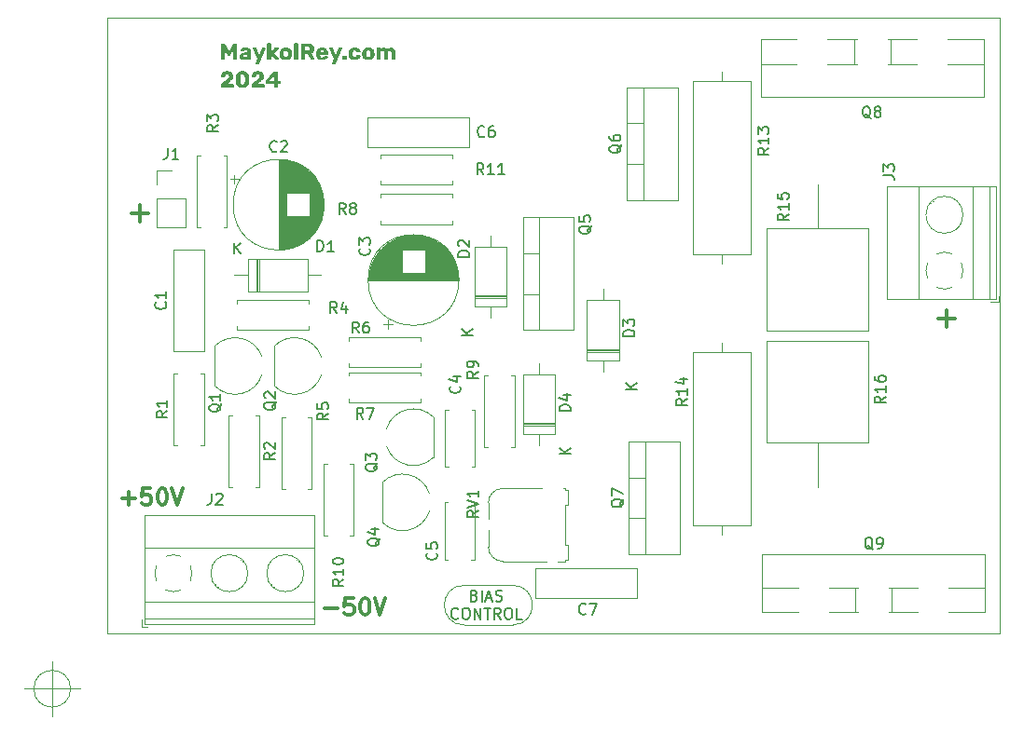
<source format=gbr>
%TF.GenerationSoftware,KiCad,Pcbnew,8.0.3-8.0.3-0~ubuntu22.04.1*%
%TF.CreationDate,2024-06-26T20:02:33-05:00*%
%TF.ProjectId,amplificador_200w,616d706c-6966-4696-9361-646f725f3230,v1.0.0*%
%TF.SameCoordinates,PX5cfbb60PY7d687e0*%
%TF.FileFunction,Legend,Top*%
%TF.FilePolarity,Positive*%
%FSLAX46Y46*%
G04 Gerber Fmt 4.6, Leading zero omitted, Abs format (unit mm)*
G04 Created by KiCad (PCBNEW 8.0.3-8.0.3-0~ubuntu22.04.1) date 2024-06-26 20:02:33*
%MOMM*%
%LPD*%
G01*
G04 APERTURE LIST*
%ADD10C,0.300000*%
%ADD11C,0.120000*%
%ADD12C,0.150000*%
%TA.AperFunction,Profile*%
%ADD13C,0.050000*%
%TD*%
G04 APERTURE END LIST*
D10*
G36*
X15399668Y57175000D02*
G01*
X15361566Y57190021D01*
X15346179Y57227757D01*
X15346179Y58591365D01*
X15361566Y58629467D01*
X15399668Y58644854D01*
X15626814Y58644854D01*
X15677739Y58626536D01*
X15699720Y58599425D01*
X16069016Y57936305D01*
X16438677Y58599425D01*
X16460659Y58626536D01*
X16511584Y58644854D01*
X16737997Y58644854D01*
X16776099Y58629467D01*
X16791486Y58591365D01*
X16791486Y57227757D01*
X16776099Y57190021D01*
X16737997Y57175000D01*
X16486304Y57175000D01*
X16448569Y57190021D01*
X16433548Y57227757D01*
X16433548Y58014341D01*
X16196510Y57576536D01*
X16169399Y57542830D01*
X16123604Y57527809D01*
X16014427Y57527809D01*
X15968265Y57542830D01*
X15941154Y57576536D01*
X15704117Y58014341D01*
X15704117Y57227757D01*
X15688729Y57190021D01*
X15651360Y57175000D01*
X15399668Y57175000D01*
G37*
G36*
X17628315Y58285494D02*
G01*
X17702446Y58276778D01*
X17775065Y58260001D01*
X17787264Y58256141D01*
X17859803Y58226491D01*
X17924397Y58185498D01*
X17944068Y58168580D01*
X17993736Y58111281D01*
X18029398Y58044482D01*
X18033094Y58034857D01*
X18053869Y57959225D01*
X18061783Y57883551D01*
X18062037Y57866696D01*
X18062037Y57227757D01*
X18046650Y57190021D01*
X18009281Y57175000D01*
X17766015Y57175000D01*
X17728279Y57190021D01*
X17713258Y57227757D01*
X17713258Y57301396D01*
X17661601Y57244862D01*
X17639986Y57227757D01*
X17572944Y57190002D01*
X17531908Y57174634D01*
X17459968Y57158626D01*
X17387561Y57154118D01*
X17312919Y57159226D01*
X17237614Y57176451D01*
X17185327Y57197349D01*
X17118626Y57237492D01*
X17064380Y57287673D01*
X17043545Y57314219D01*
X17008232Y57382230D01*
X16992694Y57457393D01*
X16991887Y57480182D01*
X16995048Y57506194D01*
X17335170Y57506194D01*
X17356053Y57445744D01*
X17411374Y57407275D01*
X17483600Y57394099D01*
X17486113Y57394086D01*
X17562020Y57405289D01*
X17597121Y57420098D01*
X17654753Y57470221D01*
X17674424Y57502164D01*
X17697234Y57573622D01*
X17702634Y57641382D01*
X17702634Y57669592D01*
X17523848Y57638451D01*
X17452365Y57621856D01*
X17385710Y57591396D01*
X17379867Y57587160D01*
X17337309Y57526097D01*
X17335170Y57506194D01*
X16995048Y57506194D01*
X17001480Y57559130D01*
X17030257Y57628225D01*
X17078219Y57687466D01*
X17113154Y57716121D01*
X17178893Y57756100D01*
X17254479Y57789210D01*
X17328693Y57812547D01*
X17410445Y57830624D01*
X17435188Y57834823D01*
X17698970Y57874390D01*
X17698970Y57903333D01*
X17689001Y57977174D01*
X17667463Y58018737D01*
X17599551Y58054771D01*
X17552424Y58058671D01*
X17479031Y58046558D01*
X17456803Y58035224D01*
X17403709Y57982130D01*
X17397819Y57972576D01*
X17346161Y57946564D01*
X17110223Y57946564D01*
X17075418Y57959386D01*
X17064061Y57992726D01*
X17085313Y58063224D01*
X17093370Y58078455D01*
X17137284Y58137154D01*
X17179832Y58176274D01*
X17242456Y58217463D01*
X17314123Y58249660D01*
X17331140Y58255775D01*
X17406068Y58275421D01*
X17484255Y58285465D01*
X17554989Y58288015D01*
X17628315Y58285494D01*
G37*
G36*
X18465404Y56776030D02*
G01*
X18434263Y56788853D01*
X18421074Y56819261D01*
X18422173Y56832084D01*
X18426936Y56848204D01*
X18592533Y57242045D01*
X18188799Y58194959D01*
X18182937Y58219871D01*
X18198691Y58253211D01*
X18231297Y58267132D01*
X18469801Y58267132D01*
X18510833Y58252844D01*
X18529884Y58223535D01*
X18769853Y57612439D01*
X19016782Y58223535D01*
X19038032Y58253577D01*
X19079431Y58267132D01*
X19314637Y58267132D01*
X19346510Y58253577D01*
X19360432Y58223535D01*
X19354570Y58194959D01*
X18760694Y56819261D01*
X18738346Y56789585D01*
X18696580Y56776030D01*
X18465404Y56776030D01*
G37*
G36*
X19567428Y57175000D02*
G01*
X19530059Y57190021D01*
X19514672Y57227757D01*
X19514672Y58613347D01*
X19530059Y58650716D01*
X19567428Y58666103D01*
X19810694Y58666103D01*
X19848063Y58650716D01*
X19863450Y58613347D01*
X19863450Y57909194D01*
X20154710Y58231229D01*
X20182554Y58256141D01*
X20225785Y58267132D01*
X20505687Y58267132D01*
X20539392Y58253577D01*
X20552948Y58219871D01*
X20548918Y58201187D01*
X20536095Y58184334D01*
X20157274Y57777303D01*
X20588852Y57255234D01*
X20604239Y57222261D01*
X20590683Y57188556D01*
X20556978Y57175000D01*
X20268649Y57175000D01*
X20222854Y57186724D01*
X20195010Y57210538D01*
X19863450Y57609509D01*
X19863450Y57227757D01*
X19848063Y57190021D01*
X19810694Y57175000D01*
X19567428Y57175000D01*
G37*
G36*
X21291355Y58284489D02*
G01*
X21367376Y58273910D01*
X21445454Y58253579D01*
X21500732Y58231595D01*
X21571071Y58191538D01*
X21630963Y58141893D01*
X21680408Y58082659D01*
X21689043Y58069662D01*
X21725379Y57999530D01*
X21748171Y57929254D01*
X21761572Y57852196D01*
X21764515Y57815772D01*
X21767696Y57741224D01*
X21767812Y57721616D01*
X21765957Y57647977D01*
X21764515Y57626361D01*
X21755547Y57547265D01*
X21737711Y57474429D01*
X21707493Y57400841D01*
X21692341Y57373570D01*
X21646724Y57311839D01*
X21590016Y57259911D01*
X21522217Y57217786D01*
X21507327Y57210538D01*
X21434857Y57183264D01*
X21362947Y57166515D01*
X21283984Y57156818D01*
X21209106Y57154118D01*
X21134086Y57156818D01*
X21055003Y57166515D01*
X20983018Y57183264D01*
X20910519Y57210538D01*
X20840502Y57250702D01*
X20781576Y57300669D01*
X20733741Y57360439D01*
X20725505Y57373570D01*
X20691102Y57444066D01*
X20669437Y57514121D01*
X20656583Y57590435D01*
X20653698Y57626361D01*
X20651577Y57701970D01*
X20651503Y57720883D01*
X21021161Y57720883D01*
X21022465Y57646984D01*
X21022993Y57636619D01*
X21032353Y57559820D01*
X21057207Y57490017D01*
X21072452Y57466626D01*
X21133281Y57422317D01*
X21209106Y57409840D01*
X21285479Y57422317D01*
X21345760Y57466626D01*
X21378443Y57532443D01*
X21392964Y57609280D01*
X21394853Y57636619D01*
X21397032Y57711178D01*
X21397051Y57720883D01*
X21395486Y57794782D01*
X21394853Y57805147D01*
X21385545Y57880933D01*
X21360881Y57950466D01*
X21345760Y57974041D01*
X21285479Y58019493D01*
X21209106Y58032293D01*
X21133281Y58019493D01*
X21072452Y57974041D01*
X21039506Y57908101D01*
X21024888Y57832069D01*
X21022993Y57805147D01*
X21021177Y57730588D01*
X21021161Y57720883D01*
X20651503Y57720883D01*
X20651500Y57721616D01*
X20652842Y57797366D01*
X20653698Y57815772D01*
X20662898Y57895843D01*
X20681429Y57969134D01*
X20712963Y58042614D01*
X20728803Y58069662D01*
X20776158Y58130813D01*
X20833961Y58182376D01*
X20902210Y58224351D01*
X20917114Y58231595D01*
X20989091Y58258868D01*
X21069008Y58277216D01*
X21146711Y58286032D01*
X21209106Y58288015D01*
X21291355Y58284489D01*
G37*
G36*
X22025000Y57175000D02*
G01*
X21987630Y57190021D01*
X21972243Y57227757D01*
X21972243Y58613347D01*
X21987630Y58650716D01*
X22025000Y58666103D01*
X22273394Y58666103D01*
X22310764Y58650716D01*
X22326151Y58613347D01*
X22326151Y57227757D01*
X22310764Y57190021D01*
X22273394Y57175000D01*
X22025000Y57175000D01*
G37*
G36*
X23301087Y58641813D02*
G01*
X23377505Y58632690D01*
X23461697Y58613713D01*
X23537698Y58585978D01*
X23605506Y58549485D01*
X23646161Y58520290D01*
X23706832Y58460815D01*
X23752600Y58391381D01*
X23783467Y58311991D01*
X23798065Y58236016D01*
X23801866Y58167115D01*
X23796215Y58086006D01*
X23779262Y58012491D01*
X23747169Y57939711D01*
X23730425Y57913225D01*
X23681267Y57853977D01*
X23623092Y57804460D01*
X23555901Y57764675D01*
X23541381Y57757886D01*
X23829344Y57242778D01*
X23835572Y57219697D01*
X23822383Y57188190D01*
X23791242Y57175000D01*
X23512438Y57175000D01*
X23454187Y57194784D01*
X23426343Y57231787D01*
X23188206Y57694139D01*
X22972051Y57694139D01*
X22972051Y57227757D01*
X22956664Y57190021D01*
X22918562Y57175000D01*
X22647086Y57175000D01*
X22609351Y57190021D01*
X22594330Y57227757D01*
X22594330Y57990894D01*
X22972051Y57990894D01*
X23215317Y57990894D01*
X23291943Y58000150D01*
X23359158Y58036279D01*
X23362229Y58039254D01*
X23401629Y58104324D01*
X23410956Y58169679D01*
X23399140Y58243960D01*
X23363695Y58302670D01*
X23298280Y58342405D01*
X23221584Y58353545D01*
X23215317Y58353594D01*
X22972051Y58353594D01*
X22972051Y57990894D01*
X22594330Y57990894D01*
X22594330Y58591365D01*
X22609351Y58629467D01*
X22647086Y58644854D01*
X23218981Y58644854D01*
X23301087Y58641813D01*
G37*
G36*
X24588246Y58284491D02*
G01*
X24669436Y58271835D01*
X24742794Y58249973D01*
X24815963Y58214376D01*
X24879393Y58168781D01*
X24933261Y58114839D01*
X24977565Y58052552D01*
X24998046Y58014341D01*
X25027444Y57940577D01*
X25047221Y57861481D01*
X25056724Y57786697D01*
X25058862Y57727844D01*
X25058862Y57676553D01*
X25043108Y57638818D01*
X25005373Y57623797D01*
X24333827Y57623797D01*
X24333827Y57617935D01*
X24333827Y57609509D01*
X24343805Y57533609D01*
X24355076Y57498134D01*
X24395331Y57435279D01*
X24413695Y57419365D01*
X24482525Y57391888D01*
X24509682Y57390056D01*
X24579658Y57402879D01*
X24627285Y57433654D01*
X24656960Y57464795D01*
X24687735Y57491906D01*
X24724005Y57497401D01*
X24984856Y57497401D01*
X25018562Y57484945D01*
X25030286Y57452705D01*
X25004406Y57381424D01*
X24994748Y57365876D01*
X24947801Y57309282D01*
X24897662Y57266225D01*
X24835251Y57227066D01*
X24765996Y57196354D01*
X24736461Y57185991D01*
X24659594Y57166568D01*
X24581528Y57156639D01*
X24512247Y57154118D01*
X24437110Y57157400D01*
X24353510Y57170006D01*
X24277071Y57192065D01*
X24207794Y57223578D01*
X24145678Y57264545D01*
X24117306Y57288573D01*
X24067284Y57343704D01*
X24027129Y57407980D01*
X23996839Y57481400D01*
X23976416Y57563965D01*
X23966933Y57639755D01*
X23964532Y57688277D01*
X23963433Y57724913D01*
X23964532Y57760451D01*
X23971149Y57836654D01*
X24333827Y57836654D01*
X24333827Y57831892D01*
X24689567Y57831892D01*
X24689567Y57836654D01*
X24682205Y57911117D01*
X24668684Y57954624D01*
X24626438Y58016585D01*
X24607501Y58031560D01*
X24537984Y58056977D01*
X24510781Y58058671D01*
X24438194Y58044666D01*
X24414427Y58031560D01*
X24364231Y57975335D01*
X24354344Y57954624D01*
X24336251Y57881339D01*
X24333827Y57836654D01*
X23971149Y57836654D01*
X23971493Y57840616D01*
X23986147Y57914782D01*
X24011830Y57991047D01*
X24038538Y58045116D01*
X24081013Y58107246D01*
X24131776Y58160508D01*
X24190827Y58204902D01*
X24227215Y58225733D01*
X24298525Y58255840D01*
X24376443Y58276094D01*
X24451250Y58285826D01*
X24510781Y58288015D01*
X24588246Y58284491D01*
G37*
G36*
X25410205Y56776030D02*
G01*
X25379064Y56788853D01*
X25365875Y56819261D01*
X25366974Y56832084D01*
X25371737Y56848204D01*
X25537334Y57242045D01*
X25133600Y58194959D01*
X25127739Y58219871D01*
X25143492Y58253211D01*
X25176099Y58267132D01*
X25414602Y58267132D01*
X25455635Y58252844D01*
X25474685Y58223535D01*
X25714654Y57612439D01*
X25961584Y58223535D01*
X25982833Y58253577D01*
X26024232Y58267132D01*
X26259438Y58267132D01*
X26291311Y58253577D01*
X26305233Y58223535D01*
X26299371Y58194959D01*
X25705495Y56819261D01*
X25683147Y56789585D01*
X25641381Y56776030D01*
X25410205Y56776030D01*
G37*
G36*
X26398656Y57175000D02*
G01*
X26360921Y57190021D01*
X26345900Y57227757D01*
X26345900Y57494104D01*
X26360921Y57531839D01*
X26398656Y57547593D01*
X26665003Y57547593D01*
X26702739Y57531839D01*
X26718492Y57494104D01*
X26718492Y57227757D01*
X26702739Y57190021D01*
X26665003Y57175000D01*
X26398656Y57175000D01*
G37*
G36*
X27445359Y57154118D02*
G01*
X27370071Y57157644D01*
X27290627Y57170041D01*
X27216748Y57191364D01*
X27170586Y57210538D01*
X27100576Y57250809D01*
X27040297Y57301099D01*
X26989751Y57361405D01*
X26980809Y57374669D01*
X26943228Y57446582D01*
X26919928Y57518768D01*
X26906597Y57598025D01*
X26903872Y57635520D01*
X26901694Y57710027D01*
X26901674Y57719418D01*
X26903239Y57793974D01*
X26903872Y57805147D01*
X26911246Y57879061D01*
X26928846Y57955427D01*
X26956300Y58024605D01*
X26980076Y58066731D01*
X27028362Y58129428D01*
X27086665Y58181964D01*
X27154987Y58224339D01*
X27169853Y58231595D01*
X27240377Y58258868D01*
X27316350Y58277216D01*
X27397771Y58286638D01*
X27445359Y58288015D01*
X27523811Y58284769D01*
X27603094Y58273549D01*
X27674078Y58254315D01*
X27693754Y58246982D01*
X27765830Y58213374D01*
X27831704Y58170570D01*
X27861915Y58144767D01*
X27912595Y58090921D01*
X27954887Y58027838D01*
X27959002Y58019837D01*
X27986390Y57949514D01*
X27993073Y57908095D01*
X27978053Y57870360D01*
X27940317Y57855339D01*
X27673237Y57855339D01*
X27638799Y57865964D01*
X27616451Y57898204D01*
X27579070Y57963691D01*
X27551971Y57989795D01*
X27481285Y58016242D01*
X27451953Y58018005D01*
X27377673Y58004174D01*
X27322627Y57962684D01*
X27287639Y57893166D01*
X27274588Y57815237D01*
X27273534Y57794522D01*
X27272074Y57720135D01*
X27273534Y57646145D01*
X27282722Y57567903D01*
X27310001Y57495024D01*
X27322993Y57476885D01*
X27385976Y57434226D01*
X27451953Y57424128D01*
X27525554Y57436277D01*
X27554535Y57452338D01*
X27601629Y57511060D01*
X27616451Y57543929D01*
X27638066Y57575803D01*
X27673237Y57586428D01*
X27940317Y57586428D01*
X27978053Y57571040D01*
X27993073Y57533671D01*
X27975549Y57460181D01*
X27972191Y57451239D01*
X27936456Y57383343D01*
X27913572Y57351222D01*
X27861112Y57295013D01*
X27809891Y57254502D01*
X27744434Y57216302D01*
X27672446Y57187330D01*
X27655652Y57181961D01*
X27583661Y57164994D01*
X27510429Y57156320D01*
X27445359Y57154118D01*
G37*
G36*
X28781306Y58284489D02*
G01*
X28857327Y58273910D01*
X28935405Y58253579D01*
X28990683Y58231595D01*
X29061022Y58191538D01*
X29120914Y58141893D01*
X29170359Y58082659D01*
X29178995Y58069662D01*
X29215331Y57999530D01*
X29238122Y57929254D01*
X29251523Y57852196D01*
X29254466Y57815772D01*
X29257647Y57741224D01*
X29257763Y57721616D01*
X29255908Y57647977D01*
X29254466Y57626361D01*
X29245498Y57547265D01*
X29227662Y57474429D01*
X29197444Y57400841D01*
X29182292Y57373570D01*
X29136675Y57311839D01*
X29079967Y57259911D01*
X29012169Y57217786D01*
X28997278Y57210538D01*
X28924809Y57183264D01*
X28852898Y57166515D01*
X28773935Y57156818D01*
X28699057Y57154118D01*
X28624037Y57156818D01*
X28544954Y57166515D01*
X28472969Y57183264D01*
X28400471Y57210538D01*
X28330453Y57250702D01*
X28271527Y57300669D01*
X28223693Y57360439D01*
X28215457Y57373570D01*
X28181053Y57444066D01*
X28159389Y57514121D01*
X28146534Y57590435D01*
X28143649Y57626361D01*
X28141528Y57701970D01*
X28141454Y57720883D01*
X28511113Y57720883D01*
X28512417Y57646984D01*
X28512944Y57636619D01*
X28522304Y57559820D01*
X28547158Y57490017D01*
X28562404Y57466626D01*
X28623232Y57422317D01*
X28699057Y57409840D01*
X28775430Y57422317D01*
X28835711Y57466626D01*
X28868394Y57532443D01*
X28882915Y57609280D01*
X28884804Y57636619D01*
X28886983Y57711178D01*
X28887002Y57720883D01*
X28885437Y57794782D01*
X28884804Y57805147D01*
X28875496Y57880933D01*
X28850832Y57950466D01*
X28835711Y57974041D01*
X28775430Y58019493D01*
X28699057Y58032293D01*
X28623232Y58019493D01*
X28562404Y57974041D01*
X28529458Y57908101D01*
X28514839Y57832069D01*
X28512944Y57805147D01*
X28511129Y57730588D01*
X28511113Y57720883D01*
X28141454Y57720883D01*
X28141451Y57721616D01*
X28142793Y57797366D01*
X28143649Y57815772D01*
X28152849Y57895843D01*
X28171380Y57969134D01*
X28202914Y58042614D01*
X28218754Y58069662D01*
X28266109Y58130813D01*
X28323912Y58182376D01*
X28392162Y58224351D01*
X28407065Y58231595D01*
X28479042Y58258868D01*
X28558959Y58277216D01*
X28636662Y58286032D01*
X28699057Y58288015D01*
X28781306Y58284489D01*
G37*
G36*
X29514218Y57175000D02*
G01*
X29476482Y57190021D01*
X29461461Y57227757D01*
X29461461Y58214376D01*
X29476482Y58251745D01*
X29514218Y58267132D01*
X29744295Y58267132D01*
X29781664Y58251745D01*
X29797051Y58214376D01*
X29797051Y58143301D01*
X29851019Y58198668D01*
X29913921Y58241853D01*
X29984967Y58272147D01*
X30060483Y58286212D01*
X30091974Y58288015D01*
X30177815Y58283189D01*
X30252888Y58264866D01*
X30326865Y58226427D01*
X30386185Y58169617D01*
X30425366Y58106298D01*
X30471551Y58166414D01*
X30531523Y58216976D01*
X30563852Y58237091D01*
X30633713Y58268123D01*
X30708107Y58284832D01*
X30760223Y58288015D01*
X30838671Y58281060D01*
X30911348Y58260194D01*
X30956594Y58238556D01*
X31017714Y58194043D01*
X31068633Y58134692D01*
X31096912Y58086881D01*
X31124346Y58017344D01*
X31140349Y57945093D01*
X31148122Y57863685D01*
X31148935Y57824564D01*
X31148935Y57227757D01*
X31133548Y57190021D01*
X31096179Y57175000D01*
X30851814Y57175000D01*
X30814078Y57190021D01*
X30799057Y57227757D01*
X30799057Y57809910D01*
X30791437Y57886024D01*
X30777442Y57926047D01*
X30728956Y57983189D01*
X30720289Y57988329D01*
X30647754Y58007213D01*
X30639323Y58007380D01*
X30566121Y57989501D01*
X30563852Y57988329D01*
X30511318Y57936477D01*
X30505600Y57926047D01*
X30485764Y57852578D01*
X30483618Y57809910D01*
X30483618Y57227757D01*
X30468230Y57190021D01*
X30430861Y57175000D01*
X30186496Y57175000D01*
X30148761Y57190021D01*
X30133740Y57227757D01*
X30133740Y57809910D01*
X30125861Y57886024D01*
X30111392Y57926047D01*
X30062184Y57983189D01*
X30053506Y57988329D01*
X29982174Y58007213D01*
X29974005Y58007380D01*
X29902714Y57989992D01*
X29898168Y57987596D01*
X29845434Y57935664D01*
X29839549Y57925315D01*
X29819053Y57852853D01*
X29816835Y57810643D01*
X29816835Y57227757D01*
X29801448Y57190021D01*
X29764078Y57175000D01*
X29514218Y57175000D01*
G37*
G36*
X15339584Y54655000D02*
G01*
X15301849Y54670021D01*
X15286828Y54707757D01*
X15286828Y54856134D01*
X15294888Y54902296D01*
X15339218Y54960182D01*
X15557937Y55174505D01*
X15618649Y55220826D01*
X15684238Y55271448D01*
X15744182Y55318389D01*
X15805777Y55367527D01*
X15833810Y55390294D01*
X15890375Y55438806D01*
X15947468Y55493849D01*
X15994644Y55548563D01*
X16032248Y55612029D01*
X16047034Y55680454D01*
X16033989Y55756331D01*
X16010031Y55798423D01*
X15947668Y55837579D01*
X15883269Y55845318D01*
X15808509Y55832677D01*
X15781053Y55818573D01*
X15727900Y55765793D01*
X15719138Y55750796D01*
X15692719Y55681588D01*
X15689096Y55665067D01*
X15661618Y55626965D01*
X15618387Y55616707D01*
X15356071Y55616707D01*
X15323464Y55629529D01*
X15310642Y55660670D01*
X15317528Y55734928D01*
X15337430Y55811187D01*
X15353506Y55850447D01*
X15392585Y55919037D01*
X15442547Y55980734D01*
X15469277Y56006885D01*
X15529504Y56053545D01*
X15598077Y56091858D01*
X15648429Y56112764D01*
X15723280Y56134665D01*
X15796209Y56146687D01*
X15873790Y56151195D01*
X15881803Y56151232D01*
X15957713Y56148480D01*
X16038027Y56138594D01*
X16111472Y56121518D01*
X16185886Y56093713D01*
X16251229Y56057852D01*
X16312753Y56009781D01*
X16362613Y55953052D01*
X16375296Y55934345D01*
X16409686Y55867433D01*
X16431338Y55794010D01*
X16440254Y55714075D01*
X16440509Y55697307D01*
X16434172Y55621160D01*
X16415161Y55549341D01*
X16395446Y55503867D01*
X16356566Y55438402D01*
X16311511Y55380203D01*
X16267951Y55333873D01*
X16213319Y55282575D01*
X16152461Y55230347D01*
X16092366Y55182546D01*
X16071214Y55166445D01*
X15877773Y54972638D01*
X16418527Y54972638D01*
X16456629Y54957251D01*
X16472016Y54919149D01*
X16472016Y54707757D01*
X16456629Y54670021D01*
X16418527Y54655000D01*
X15339584Y54655000D01*
G37*
G36*
X17357161Y56142741D02*
G01*
X17431375Y56132656D01*
X17506766Y56113565D01*
X17534839Y56103605D01*
X17606159Y56070830D01*
X17668994Y56030435D01*
X17718754Y55987101D01*
X17769587Y55927767D01*
X17810528Y55861324D01*
X17832327Y55813078D01*
X17855547Y55742706D01*
X17870801Y55668612D01*
X17877756Y55598022D01*
X17880944Y55522553D01*
X17881786Y55464666D01*
X17882152Y55390843D01*
X17881786Y55317387D01*
X17880331Y55240172D01*
X17877756Y55187328D01*
X17869916Y55109762D01*
X17854457Y55035746D01*
X17833792Y54971539D01*
X17800321Y54899703D01*
X17757062Y54834771D01*
X17722784Y54795318D01*
X17662797Y54743300D01*
X17598487Y54703673D01*
X17539235Y54676982D01*
X17466077Y54654378D01*
X17393382Y54641192D01*
X17314196Y54634787D01*
X17276919Y54634118D01*
X17203485Y54636797D01*
X17127059Y54646215D01*
X17049822Y54664634D01*
X17014235Y54676982D01*
X16942628Y54710305D01*
X16879939Y54751333D01*
X16830687Y54795318D01*
X16780953Y54855648D01*
X16741111Y54922881D01*
X16720045Y54971539D01*
X16697781Y55042328D01*
X16682877Y55116667D01*
X16675715Y55187328D01*
X16673186Y55260574D01*
X16672051Y55317387D01*
X16671544Y55385235D01*
X17063520Y55385235D01*
X17064061Y55326180D01*
X17065413Y55252429D01*
X17066625Y55197952D01*
X17074807Y55122433D01*
X17098430Y55047583D01*
X17120481Y55009275D01*
X17179852Y54958522D01*
X17251233Y54939671D01*
X17276919Y54938566D01*
X17349733Y54948510D01*
X17413847Y54985245D01*
X17434455Y55009275D01*
X17469077Y55080191D01*
X17484464Y55155375D01*
X17487212Y55197952D01*
X17490094Y55272497D01*
X17490875Y55326180D01*
X17491236Y55402133D01*
X17490875Y55461368D01*
X17489407Y55538156D01*
X17487212Y55585932D01*
X17479742Y55659330D01*
X17456849Y55733348D01*
X17435188Y55772045D01*
X17380731Y55821593D01*
X17309569Y55843239D01*
X17276919Y55845318D01*
X17203760Y55834499D01*
X17139767Y55796612D01*
X17119382Y55772045D01*
X17085301Y55700899D01*
X17069708Y55627191D01*
X17066625Y55585932D01*
X17064937Y55510827D01*
X17064061Y55461368D01*
X17063520Y55385235D01*
X16671544Y55385235D01*
X16671502Y55390843D01*
X16672051Y55464666D01*
X16673633Y55539343D01*
X16675715Y55598022D01*
X16683684Y55675501D01*
X16699533Y55749258D01*
X16720778Y55813078D01*
X16755296Y55884261D01*
X16799500Y55948335D01*
X16834351Y55987101D01*
X16895127Y56038346D01*
X16959619Y56077355D01*
X17018632Y56103605D01*
X17091082Y56126016D01*
X17171045Y56140127D01*
X17249436Y56145730D01*
X17276919Y56146103D01*
X17357161Y56142741D01*
G37*
G36*
X18131280Y54655000D02*
G01*
X18093545Y54670021D01*
X18078524Y54707757D01*
X18078524Y54856134D01*
X18086584Y54902296D01*
X18130914Y54960182D01*
X18349633Y55174505D01*
X18410345Y55220826D01*
X18475934Y55271448D01*
X18535878Y55318389D01*
X18597473Y55367527D01*
X18625505Y55390294D01*
X18682071Y55438806D01*
X18739164Y55493849D01*
X18786339Y55548563D01*
X18823944Y55612029D01*
X18838729Y55680454D01*
X18825685Y55756331D01*
X18801727Y55798423D01*
X18739364Y55837579D01*
X18674965Y55845318D01*
X18600205Y55832677D01*
X18572749Y55818573D01*
X18519596Y55765793D01*
X18510833Y55750796D01*
X18484415Y55681588D01*
X18480792Y55665067D01*
X18453314Y55626965D01*
X18410083Y55616707D01*
X18147766Y55616707D01*
X18115160Y55629529D01*
X18102337Y55660670D01*
X18109224Y55734928D01*
X18129126Y55811187D01*
X18145202Y55850447D01*
X18184280Y55919037D01*
X18234243Y55980734D01*
X18260973Y56006885D01*
X18321200Y56053545D01*
X18389773Y56091858D01*
X18440125Y56112764D01*
X18514975Y56134665D01*
X18587905Y56146687D01*
X18665485Y56151195D01*
X18673499Y56151232D01*
X18749409Y56148480D01*
X18829723Y56138594D01*
X18903167Y56121518D01*
X18977581Y56093713D01*
X19042925Y56057852D01*
X19104448Y56009781D01*
X19154308Y55953052D01*
X19166992Y55934345D01*
X19201381Y55867433D01*
X19223034Y55794010D01*
X19231950Y55714075D01*
X19232205Y55697307D01*
X19225868Y55621160D01*
X19206857Y55549341D01*
X19187142Y55503867D01*
X19148261Y55438402D01*
X19103207Y55380203D01*
X19059647Y55333873D01*
X19005014Y55282575D01*
X18944156Y55230347D01*
X18884062Y55182546D01*
X18862909Y55166445D01*
X18669469Y54972638D01*
X19210223Y54972638D01*
X19248325Y54957251D01*
X19263712Y54919149D01*
X19263712Y54707757D01*
X19248325Y54670021D01*
X19210223Y54655000D01*
X18131280Y54655000D01*
G37*
G36*
X20460990Y56109467D02*
G01*
X20476378Y56072097D01*
X20476378Y55257303D01*
X20662124Y55257303D01*
X20701692Y55241916D01*
X20716346Y55204547D01*
X20716346Y54996452D01*
X20700959Y54958716D01*
X20663590Y54943696D01*
X20476378Y54943696D01*
X20476378Y54707757D01*
X20460990Y54670021D01*
X20423621Y54655000D01*
X20164235Y54655000D01*
X20126866Y54670021D01*
X20111479Y54707757D01*
X20111479Y54943696D01*
X19459351Y54943696D01*
X19421615Y54958716D01*
X19406594Y54996452D01*
X19406594Y55196853D01*
X19413189Y55231658D01*
X19419577Y55243015D01*
X19768196Y55243015D01*
X20121004Y55243015D01*
X20121004Y55738340D01*
X19768196Y55243015D01*
X19419577Y55243015D01*
X19429675Y55260967D01*
X20040404Y56089317D01*
X20105961Y56124299D01*
X20118073Y56124854D01*
X20423621Y56124854D01*
X20460990Y56109467D01*
G37*
D11*
X37400000Y5800000D02*
G75*
G02*
X37400000Y9400000I0J1800000D01*
G01*
X41800000Y9400000D02*
X37400000Y9400000D01*
X37400000Y5800000D02*
X41800000Y5800000D01*
X41800000Y9400000D02*
G75*
G02*
X41800000Y5800000I0J-1800000D01*
G01*
D10*
X6357143Y17293100D02*
X7500001Y17293100D01*
X6928572Y16721672D02*
X6928572Y17864529D01*
X8928572Y18221672D02*
X8214286Y18221672D01*
X8214286Y18221672D02*
X8142858Y17507386D01*
X8142858Y17507386D02*
X8214286Y17578815D01*
X8214286Y17578815D02*
X8357144Y17650243D01*
X8357144Y17650243D02*
X8714286Y17650243D01*
X8714286Y17650243D02*
X8857144Y17578815D01*
X8857144Y17578815D02*
X8928572Y17507386D01*
X8928572Y17507386D02*
X9000001Y17364529D01*
X9000001Y17364529D02*
X9000001Y17007386D01*
X9000001Y17007386D02*
X8928572Y16864529D01*
X8928572Y16864529D02*
X8857144Y16793100D01*
X8857144Y16793100D02*
X8714286Y16721672D01*
X8714286Y16721672D02*
X8357144Y16721672D01*
X8357144Y16721672D02*
X8214286Y16793100D01*
X8214286Y16793100D02*
X8142858Y16864529D01*
X9928572Y18221672D02*
X10071429Y18221672D01*
X10071429Y18221672D02*
X10214286Y18150243D01*
X10214286Y18150243D02*
X10285715Y18078815D01*
X10285715Y18078815D02*
X10357143Y17935958D01*
X10357143Y17935958D02*
X10428572Y17650243D01*
X10428572Y17650243D02*
X10428572Y17293100D01*
X10428572Y17293100D02*
X10357143Y17007386D01*
X10357143Y17007386D02*
X10285715Y16864529D01*
X10285715Y16864529D02*
X10214286Y16793100D01*
X10214286Y16793100D02*
X10071429Y16721672D01*
X10071429Y16721672D02*
X9928572Y16721672D01*
X9928572Y16721672D02*
X9785715Y16793100D01*
X9785715Y16793100D02*
X9714286Y16864529D01*
X9714286Y16864529D02*
X9642857Y17007386D01*
X9642857Y17007386D02*
X9571429Y17293100D01*
X9571429Y17293100D02*
X9571429Y17650243D01*
X9571429Y17650243D02*
X9642857Y17935958D01*
X9642857Y17935958D02*
X9714286Y18078815D01*
X9714286Y18078815D02*
X9785715Y18150243D01*
X9785715Y18150243D02*
X9928572Y18221672D01*
X10857143Y18221672D02*
X11357143Y16721672D01*
X11357143Y16721672D02*
X11857143Y18221672D01*
X7238095Y43252267D02*
X8761905Y43252267D01*
X8000000Y42490362D02*
X8000000Y44014172D01*
D12*
X38328571Y8473963D02*
X38471428Y8426344D01*
X38471428Y8426344D02*
X38519047Y8378725D01*
X38519047Y8378725D02*
X38566666Y8283487D01*
X38566666Y8283487D02*
X38566666Y8140630D01*
X38566666Y8140630D02*
X38519047Y8045392D01*
X38519047Y8045392D02*
X38471428Y7997772D01*
X38471428Y7997772D02*
X38376190Y7950153D01*
X38376190Y7950153D02*
X37995238Y7950153D01*
X37995238Y7950153D02*
X37995238Y8950153D01*
X37995238Y8950153D02*
X38328571Y8950153D01*
X38328571Y8950153D02*
X38423809Y8902534D01*
X38423809Y8902534D02*
X38471428Y8854915D01*
X38471428Y8854915D02*
X38519047Y8759677D01*
X38519047Y8759677D02*
X38519047Y8664439D01*
X38519047Y8664439D02*
X38471428Y8569201D01*
X38471428Y8569201D02*
X38423809Y8521582D01*
X38423809Y8521582D02*
X38328571Y8473963D01*
X38328571Y8473963D02*
X37995238Y8473963D01*
X38995238Y7950153D02*
X38995238Y8950153D01*
X39423809Y8235868D02*
X39899999Y8235868D01*
X39328571Y7950153D02*
X39661904Y8950153D01*
X39661904Y8950153D02*
X39995237Y7950153D01*
X40280952Y7997772D02*
X40423809Y7950153D01*
X40423809Y7950153D02*
X40661904Y7950153D01*
X40661904Y7950153D02*
X40757142Y7997772D01*
X40757142Y7997772D02*
X40804761Y8045392D01*
X40804761Y8045392D02*
X40852380Y8140630D01*
X40852380Y8140630D02*
X40852380Y8235868D01*
X40852380Y8235868D02*
X40804761Y8331106D01*
X40804761Y8331106D02*
X40757142Y8378725D01*
X40757142Y8378725D02*
X40661904Y8426344D01*
X40661904Y8426344D02*
X40471428Y8473963D01*
X40471428Y8473963D02*
X40376190Y8521582D01*
X40376190Y8521582D02*
X40328571Y8569201D01*
X40328571Y8569201D02*
X40280952Y8664439D01*
X40280952Y8664439D02*
X40280952Y8759677D01*
X40280952Y8759677D02*
X40328571Y8854915D01*
X40328571Y8854915D02*
X40376190Y8902534D01*
X40376190Y8902534D02*
X40471428Y8950153D01*
X40471428Y8950153D02*
X40709523Y8950153D01*
X40709523Y8950153D02*
X40852380Y8902534D01*
X36852380Y6435448D02*
X36804761Y6387828D01*
X36804761Y6387828D02*
X36661904Y6340209D01*
X36661904Y6340209D02*
X36566666Y6340209D01*
X36566666Y6340209D02*
X36423809Y6387828D01*
X36423809Y6387828D02*
X36328571Y6483067D01*
X36328571Y6483067D02*
X36280952Y6578305D01*
X36280952Y6578305D02*
X36233333Y6768781D01*
X36233333Y6768781D02*
X36233333Y6911638D01*
X36233333Y6911638D02*
X36280952Y7102114D01*
X36280952Y7102114D02*
X36328571Y7197352D01*
X36328571Y7197352D02*
X36423809Y7292590D01*
X36423809Y7292590D02*
X36566666Y7340209D01*
X36566666Y7340209D02*
X36661904Y7340209D01*
X36661904Y7340209D02*
X36804761Y7292590D01*
X36804761Y7292590D02*
X36852380Y7244971D01*
X37471428Y7340209D02*
X37661904Y7340209D01*
X37661904Y7340209D02*
X37757142Y7292590D01*
X37757142Y7292590D02*
X37852380Y7197352D01*
X37852380Y7197352D02*
X37899999Y7006876D01*
X37899999Y7006876D02*
X37899999Y6673543D01*
X37899999Y6673543D02*
X37852380Y6483067D01*
X37852380Y6483067D02*
X37757142Y6387828D01*
X37757142Y6387828D02*
X37661904Y6340209D01*
X37661904Y6340209D02*
X37471428Y6340209D01*
X37471428Y6340209D02*
X37376190Y6387828D01*
X37376190Y6387828D02*
X37280952Y6483067D01*
X37280952Y6483067D02*
X37233333Y6673543D01*
X37233333Y6673543D02*
X37233333Y7006876D01*
X37233333Y7006876D02*
X37280952Y7197352D01*
X37280952Y7197352D02*
X37376190Y7292590D01*
X37376190Y7292590D02*
X37471428Y7340209D01*
X38328571Y6340209D02*
X38328571Y7340209D01*
X38328571Y7340209D02*
X38899999Y6340209D01*
X38899999Y6340209D02*
X38899999Y7340209D01*
X39233333Y7340209D02*
X39804761Y7340209D01*
X39519047Y6340209D02*
X39519047Y7340209D01*
X40709523Y6340209D02*
X40376190Y6816400D01*
X40138095Y6340209D02*
X40138095Y7340209D01*
X40138095Y7340209D02*
X40519047Y7340209D01*
X40519047Y7340209D02*
X40614285Y7292590D01*
X40614285Y7292590D02*
X40661904Y7244971D01*
X40661904Y7244971D02*
X40709523Y7149733D01*
X40709523Y7149733D02*
X40709523Y7006876D01*
X40709523Y7006876D02*
X40661904Y6911638D01*
X40661904Y6911638D02*
X40614285Y6864019D01*
X40614285Y6864019D02*
X40519047Y6816400D01*
X40519047Y6816400D02*
X40138095Y6816400D01*
X41328571Y7340209D02*
X41519047Y7340209D01*
X41519047Y7340209D02*
X41614285Y7292590D01*
X41614285Y7292590D02*
X41709523Y7197352D01*
X41709523Y7197352D02*
X41757142Y7006876D01*
X41757142Y7006876D02*
X41757142Y6673543D01*
X41757142Y6673543D02*
X41709523Y6483067D01*
X41709523Y6483067D02*
X41614285Y6387828D01*
X41614285Y6387828D02*
X41519047Y6340209D01*
X41519047Y6340209D02*
X41328571Y6340209D01*
X41328571Y6340209D02*
X41233333Y6387828D01*
X41233333Y6387828D02*
X41138095Y6483067D01*
X41138095Y6483067D02*
X41090476Y6673543D01*
X41090476Y6673543D02*
X41090476Y7006876D01*
X41090476Y7006876D02*
X41138095Y7197352D01*
X41138095Y7197352D02*
X41233333Y7292590D01*
X41233333Y7292590D02*
X41328571Y7340209D01*
X42661904Y6340209D02*
X42185714Y6340209D01*
X42185714Y6340209D02*
X42185714Y7340209D01*
D10*
X24757143Y7293100D02*
X25900001Y7293100D01*
X27328572Y8221672D02*
X26614286Y8221672D01*
X26614286Y8221672D02*
X26542858Y7507386D01*
X26542858Y7507386D02*
X26614286Y7578815D01*
X26614286Y7578815D02*
X26757144Y7650243D01*
X26757144Y7650243D02*
X27114286Y7650243D01*
X27114286Y7650243D02*
X27257144Y7578815D01*
X27257144Y7578815D02*
X27328572Y7507386D01*
X27328572Y7507386D02*
X27400001Y7364529D01*
X27400001Y7364529D02*
X27400001Y7007386D01*
X27400001Y7007386D02*
X27328572Y6864529D01*
X27328572Y6864529D02*
X27257144Y6793100D01*
X27257144Y6793100D02*
X27114286Y6721672D01*
X27114286Y6721672D02*
X26757144Y6721672D01*
X26757144Y6721672D02*
X26614286Y6793100D01*
X26614286Y6793100D02*
X26542858Y6864529D01*
X28328572Y8221672D02*
X28471429Y8221672D01*
X28471429Y8221672D02*
X28614286Y8150243D01*
X28614286Y8150243D02*
X28685715Y8078815D01*
X28685715Y8078815D02*
X28757143Y7935958D01*
X28757143Y7935958D02*
X28828572Y7650243D01*
X28828572Y7650243D02*
X28828572Y7293100D01*
X28828572Y7293100D02*
X28757143Y7007386D01*
X28757143Y7007386D02*
X28685715Y6864529D01*
X28685715Y6864529D02*
X28614286Y6793100D01*
X28614286Y6793100D02*
X28471429Y6721672D01*
X28471429Y6721672D02*
X28328572Y6721672D01*
X28328572Y6721672D02*
X28185715Y6793100D01*
X28185715Y6793100D02*
X28114286Y6864529D01*
X28114286Y6864529D02*
X28042857Y7007386D01*
X28042857Y7007386D02*
X27971429Y7293100D01*
X27971429Y7293100D02*
X27971429Y7650243D01*
X27971429Y7650243D02*
X28042857Y7935958D01*
X28042857Y7935958D02*
X28114286Y8078815D01*
X28114286Y8078815D02*
X28185715Y8150243D01*
X28185715Y8150243D02*
X28328572Y8221672D01*
X29257143Y8221672D02*
X29757143Y6721672D01*
X29757143Y6721672D02*
X30257143Y8221672D01*
X80438095Y33652267D02*
X81961905Y33652267D01*
X81200000Y32890362D02*
X81200000Y34414172D01*
D12*
X10259580Y35133334D02*
X10307200Y35085715D01*
X10307200Y35085715D02*
X10354819Y34942858D01*
X10354819Y34942858D02*
X10354819Y34847620D01*
X10354819Y34847620D02*
X10307200Y34704763D01*
X10307200Y34704763D02*
X10211961Y34609525D01*
X10211961Y34609525D02*
X10116723Y34561906D01*
X10116723Y34561906D02*
X9926247Y34514287D01*
X9926247Y34514287D02*
X9783390Y34514287D01*
X9783390Y34514287D02*
X9592914Y34561906D01*
X9592914Y34561906D02*
X9497676Y34609525D01*
X9497676Y34609525D02*
X9402438Y34704763D01*
X9402438Y34704763D02*
X9354819Y34847620D01*
X9354819Y34847620D02*
X9354819Y34942858D01*
X9354819Y34942858D02*
X9402438Y35085715D01*
X9402438Y35085715D02*
X9450057Y35133334D01*
X10354819Y36085715D02*
X10354819Y35514287D01*
X10354819Y35800001D02*
X9354819Y35800001D01*
X9354819Y35800001D02*
X9497676Y35704763D01*
X9497676Y35704763D02*
X9592914Y35609525D01*
X9592914Y35609525D02*
X9640533Y35514287D01*
X20383333Y48890420D02*
X20335714Y48842800D01*
X20335714Y48842800D02*
X20192857Y48795181D01*
X20192857Y48795181D02*
X20097619Y48795181D01*
X20097619Y48795181D02*
X19954762Y48842800D01*
X19954762Y48842800D02*
X19859524Y48938039D01*
X19859524Y48938039D02*
X19811905Y49033277D01*
X19811905Y49033277D02*
X19764286Y49223753D01*
X19764286Y49223753D02*
X19764286Y49366610D01*
X19764286Y49366610D02*
X19811905Y49557086D01*
X19811905Y49557086D02*
X19859524Y49652324D01*
X19859524Y49652324D02*
X19954762Y49747562D01*
X19954762Y49747562D02*
X20097619Y49795181D01*
X20097619Y49795181D02*
X20192857Y49795181D01*
X20192857Y49795181D02*
X20335714Y49747562D01*
X20335714Y49747562D02*
X20383333Y49699943D01*
X20764286Y49699943D02*
X20811905Y49747562D01*
X20811905Y49747562D02*
X20907143Y49795181D01*
X20907143Y49795181D02*
X21145238Y49795181D01*
X21145238Y49795181D02*
X21240476Y49747562D01*
X21240476Y49747562D02*
X21288095Y49699943D01*
X21288095Y49699943D02*
X21335714Y49604705D01*
X21335714Y49604705D02*
X21335714Y49509467D01*
X21335714Y49509467D02*
X21288095Y49366610D01*
X21288095Y49366610D02*
X20716667Y48795181D01*
X20716667Y48795181D02*
X21335714Y48795181D01*
X28759580Y40033334D02*
X28807200Y39985715D01*
X28807200Y39985715D02*
X28854819Y39842858D01*
X28854819Y39842858D02*
X28854819Y39747620D01*
X28854819Y39747620D02*
X28807200Y39604763D01*
X28807200Y39604763D02*
X28711961Y39509525D01*
X28711961Y39509525D02*
X28616723Y39461906D01*
X28616723Y39461906D02*
X28426247Y39414287D01*
X28426247Y39414287D02*
X28283390Y39414287D01*
X28283390Y39414287D02*
X28092914Y39461906D01*
X28092914Y39461906D02*
X27997676Y39509525D01*
X27997676Y39509525D02*
X27902438Y39604763D01*
X27902438Y39604763D02*
X27854819Y39747620D01*
X27854819Y39747620D02*
X27854819Y39842858D01*
X27854819Y39842858D02*
X27902438Y39985715D01*
X27902438Y39985715D02*
X27950057Y40033334D01*
X27854819Y40366668D02*
X27854819Y40985715D01*
X27854819Y40985715D02*
X28235771Y40652382D01*
X28235771Y40652382D02*
X28235771Y40795239D01*
X28235771Y40795239D02*
X28283390Y40890477D01*
X28283390Y40890477D02*
X28331009Y40938096D01*
X28331009Y40938096D02*
X28426247Y40985715D01*
X28426247Y40985715D02*
X28664342Y40985715D01*
X28664342Y40985715D02*
X28759580Y40938096D01*
X28759580Y40938096D02*
X28807200Y40890477D01*
X28807200Y40890477D02*
X28854819Y40795239D01*
X28854819Y40795239D02*
X28854819Y40509525D01*
X28854819Y40509525D02*
X28807200Y40414287D01*
X28807200Y40414287D02*
X28759580Y40366668D01*
X36969580Y27503334D02*
X37017200Y27455715D01*
X37017200Y27455715D02*
X37064819Y27312858D01*
X37064819Y27312858D02*
X37064819Y27217620D01*
X37064819Y27217620D02*
X37017200Y27074763D01*
X37017200Y27074763D02*
X36921961Y26979525D01*
X36921961Y26979525D02*
X36826723Y26931906D01*
X36826723Y26931906D02*
X36636247Y26884287D01*
X36636247Y26884287D02*
X36493390Y26884287D01*
X36493390Y26884287D02*
X36302914Y26931906D01*
X36302914Y26931906D02*
X36207676Y26979525D01*
X36207676Y26979525D02*
X36112438Y27074763D01*
X36112438Y27074763D02*
X36064819Y27217620D01*
X36064819Y27217620D02*
X36064819Y27312858D01*
X36064819Y27312858D02*
X36112438Y27455715D01*
X36112438Y27455715D02*
X36160057Y27503334D01*
X36398152Y28360477D02*
X37064819Y28360477D01*
X36017200Y28122382D02*
X36731485Y27884287D01*
X36731485Y27884287D02*
X36731485Y28503334D01*
X39233333Y50240420D02*
X39185714Y50192800D01*
X39185714Y50192800D02*
X39042857Y50145181D01*
X39042857Y50145181D02*
X38947619Y50145181D01*
X38947619Y50145181D02*
X38804762Y50192800D01*
X38804762Y50192800D02*
X38709524Y50288039D01*
X38709524Y50288039D02*
X38661905Y50383277D01*
X38661905Y50383277D02*
X38614286Y50573753D01*
X38614286Y50573753D02*
X38614286Y50716610D01*
X38614286Y50716610D02*
X38661905Y50907086D01*
X38661905Y50907086D02*
X38709524Y51002324D01*
X38709524Y51002324D02*
X38804762Y51097562D01*
X38804762Y51097562D02*
X38947619Y51145181D01*
X38947619Y51145181D02*
X39042857Y51145181D01*
X39042857Y51145181D02*
X39185714Y51097562D01*
X39185714Y51097562D02*
X39233333Y51049943D01*
X40090476Y51145181D02*
X39900000Y51145181D01*
X39900000Y51145181D02*
X39804762Y51097562D01*
X39804762Y51097562D02*
X39757143Y51049943D01*
X39757143Y51049943D02*
X39661905Y50907086D01*
X39661905Y50907086D02*
X39614286Y50716610D01*
X39614286Y50716610D02*
X39614286Y50335658D01*
X39614286Y50335658D02*
X39661905Y50240420D01*
X39661905Y50240420D02*
X39709524Y50192800D01*
X39709524Y50192800D02*
X39804762Y50145181D01*
X39804762Y50145181D02*
X39995238Y50145181D01*
X39995238Y50145181D02*
X40090476Y50192800D01*
X40090476Y50192800D02*
X40138095Y50240420D01*
X40138095Y50240420D02*
X40185714Y50335658D01*
X40185714Y50335658D02*
X40185714Y50573753D01*
X40185714Y50573753D02*
X40138095Y50668991D01*
X40138095Y50668991D02*
X40090476Y50716610D01*
X40090476Y50716610D02*
X39995238Y50764229D01*
X39995238Y50764229D02*
X39804762Y50764229D01*
X39804762Y50764229D02*
X39709524Y50716610D01*
X39709524Y50716610D02*
X39661905Y50668991D01*
X39661905Y50668991D02*
X39614286Y50573753D01*
X48433333Y6840420D02*
X48385714Y6792800D01*
X48385714Y6792800D02*
X48242857Y6745181D01*
X48242857Y6745181D02*
X48147619Y6745181D01*
X48147619Y6745181D02*
X48004762Y6792800D01*
X48004762Y6792800D02*
X47909524Y6888039D01*
X47909524Y6888039D02*
X47861905Y6983277D01*
X47861905Y6983277D02*
X47814286Y7173753D01*
X47814286Y7173753D02*
X47814286Y7316610D01*
X47814286Y7316610D02*
X47861905Y7507086D01*
X47861905Y7507086D02*
X47909524Y7602324D01*
X47909524Y7602324D02*
X48004762Y7697562D01*
X48004762Y7697562D02*
X48147619Y7745181D01*
X48147619Y7745181D02*
X48242857Y7745181D01*
X48242857Y7745181D02*
X48385714Y7697562D01*
X48385714Y7697562D02*
X48433333Y7649943D01*
X48766667Y7745181D02*
X49433333Y7745181D01*
X49433333Y7745181D02*
X49004762Y6745181D01*
X24061905Y39745181D02*
X24061905Y40745181D01*
X24061905Y40745181D02*
X24300000Y40745181D01*
X24300000Y40745181D02*
X24442857Y40697562D01*
X24442857Y40697562D02*
X24538095Y40602324D01*
X24538095Y40602324D02*
X24585714Y40507086D01*
X24585714Y40507086D02*
X24633333Y40316610D01*
X24633333Y40316610D02*
X24633333Y40173753D01*
X24633333Y40173753D02*
X24585714Y39983277D01*
X24585714Y39983277D02*
X24538095Y39888039D01*
X24538095Y39888039D02*
X24442857Y39792800D01*
X24442857Y39792800D02*
X24300000Y39745181D01*
X24300000Y39745181D02*
X24061905Y39745181D01*
X25585714Y39745181D02*
X25014286Y39745181D01*
X25300000Y39745181D02*
X25300000Y40745181D01*
X25300000Y40745181D02*
X25204762Y40602324D01*
X25204762Y40602324D02*
X25109524Y40507086D01*
X25109524Y40507086D02*
X25014286Y40459467D01*
X16538095Y39545181D02*
X16538095Y40545181D01*
X17109523Y39545181D02*
X16680952Y40116610D01*
X17109523Y40545181D02*
X16538095Y39973753D01*
X52854819Y32061906D02*
X51854819Y32061906D01*
X51854819Y32061906D02*
X51854819Y32300001D01*
X51854819Y32300001D02*
X51902438Y32442858D01*
X51902438Y32442858D02*
X51997676Y32538096D01*
X51997676Y32538096D02*
X52092914Y32585715D01*
X52092914Y32585715D02*
X52283390Y32633334D01*
X52283390Y32633334D02*
X52426247Y32633334D01*
X52426247Y32633334D02*
X52616723Y32585715D01*
X52616723Y32585715D02*
X52711961Y32538096D01*
X52711961Y32538096D02*
X52807200Y32442858D01*
X52807200Y32442858D02*
X52854819Y32300001D01*
X52854819Y32300001D02*
X52854819Y32061906D01*
X51854819Y32966668D02*
X51854819Y33585715D01*
X51854819Y33585715D02*
X52235771Y33252382D01*
X52235771Y33252382D02*
X52235771Y33395239D01*
X52235771Y33395239D02*
X52283390Y33490477D01*
X52283390Y33490477D02*
X52331009Y33538096D01*
X52331009Y33538096D02*
X52426247Y33585715D01*
X52426247Y33585715D02*
X52664342Y33585715D01*
X52664342Y33585715D02*
X52759580Y33538096D01*
X52759580Y33538096D02*
X52807200Y33490477D01*
X52807200Y33490477D02*
X52854819Y33395239D01*
X52854819Y33395239D02*
X52854819Y33109525D01*
X52854819Y33109525D02*
X52807200Y33014287D01*
X52807200Y33014287D02*
X52759580Y32966668D01*
X53054819Y27238096D02*
X52054819Y27238096D01*
X53054819Y27809524D02*
X52483390Y27380953D01*
X52054819Y27809524D02*
X52626247Y27238096D01*
X47054819Y25261906D02*
X46054819Y25261906D01*
X46054819Y25261906D02*
X46054819Y25500001D01*
X46054819Y25500001D02*
X46102438Y25642858D01*
X46102438Y25642858D02*
X46197676Y25738096D01*
X46197676Y25738096D02*
X46292914Y25785715D01*
X46292914Y25785715D02*
X46483390Y25833334D01*
X46483390Y25833334D02*
X46626247Y25833334D01*
X46626247Y25833334D02*
X46816723Y25785715D01*
X46816723Y25785715D02*
X46911961Y25738096D01*
X46911961Y25738096D02*
X47007200Y25642858D01*
X47007200Y25642858D02*
X47054819Y25500001D01*
X47054819Y25500001D02*
X47054819Y25261906D01*
X46388152Y26690477D02*
X47054819Y26690477D01*
X46007200Y26452382D02*
X46721485Y26214287D01*
X46721485Y26214287D02*
X46721485Y26833334D01*
X47054819Y21338096D02*
X46054819Y21338096D01*
X47054819Y21909524D02*
X46483390Y21480953D01*
X46054819Y21909524D02*
X46626247Y21338096D01*
X10466666Y49145181D02*
X10466666Y48430896D01*
X10466666Y48430896D02*
X10419047Y48288039D01*
X10419047Y48288039D02*
X10323809Y48192800D01*
X10323809Y48192800D02*
X10180952Y48145181D01*
X10180952Y48145181D02*
X10085714Y48145181D01*
X11466666Y48145181D02*
X10895238Y48145181D01*
X11180952Y48145181D02*
X11180952Y49145181D01*
X11180952Y49145181D02*
X11085714Y49002324D01*
X11085714Y49002324D02*
X10990476Y48907086D01*
X10990476Y48907086D02*
X10895238Y48859467D01*
X14466666Y17745181D02*
X14466666Y17030896D01*
X14466666Y17030896D02*
X14419047Y16888039D01*
X14419047Y16888039D02*
X14323809Y16792800D01*
X14323809Y16792800D02*
X14180952Y16745181D01*
X14180952Y16745181D02*
X14085714Y16745181D01*
X14895238Y17649943D02*
X14942857Y17697562D01*
X14942857Y17697562D02*
X15038095Y17745181D01*
X15038095Y17745181D02*
X15276190Y17745181D01*
X15276190Y17745181D02*
X15371428Y17697562D01*
X15371428Y17697562D02*
X15419047Y17649943D01*
X15419047Y17649943D02*
X15466666Y17554705D01*
X15466666Y17554705D02*
X15466666Y17459467D01*
X15466666Y17459467D02*
X15419047Y17316610D01*
X15419047Y17316610D02*
X14847619Y16745181D01*
X14847619Y16745181D02*
X15466666Y16745181D01*
X75454819Y46666667D02*
X76169104Y46666667D01*
X76169104Y46666667D02*
X76311961Y46619048D01*
X76311961Y46619048D02*
X76407200Y46523810D01*
X76407200Y46523810D02*
X76454819Y46380953D01*
X76454819Y46380953D02*
X76454819Y46285715D01*
X75454819Y47047620D02*
X75454819Y47666667D01*
X75454819Y47666667D02*
X75835771Y47333334D01*
X75835771Y47333334D02*
X75835771Y47476191D01*
X75835771Y47476191D02*
X75883390Y47571429D01*
X75883390Y47571429D02*
X75931009Y47619048D01*
X75931009Y47619048D02*
X76026247Y47666667D01*
X76026247Y47666667D02*
X76264342Y47666667D01*
X76264342Y47666667D02*
X76359580Y47619048D01*
X76359580Y47619048D02*
X76407200Y47571429D01*
X76407200Y47571429D02*
X76454819Y47476191D01*
X76454819Y47476191D02*
X76454819Y47190477D01*
X76454819Y47190477D02*
X76407200Y47095239D01*
X76407200Y47095239D02*
X76359580Y47047620D01*
X15350057Y25904762D02*
X15302438Y25809524D01*
X15302438Y25809524D02*
X15207200Y25714286D01*
X15207200Y25714286D02*
X15064342Y25571429D01*
X15064342Y25571429D02*
X15016723Y25476191D01*
X15016723Y25476191D02*
X15016723Y25380953D01*
X15254819Y25428572D02*
X15207200Y25333334D01*
X15207200Y25333334D02*
X15111961Y25238096D01*
X15111961Y25238096D02*
X14921485Y25190477D01*
X14921485Y25190477D02*
X14588152Y25190477D01*
X14588152Y25190477D02*
X14397676Y25238096D01*
X14397676Y25238096D02*
X14302438Y25333334D01*
X14302438Y25333334D02*
X14254819Y25428572D01*
X14254819Y25428572D02*
X14254819Y25619048D01*
X14254819Y25619048D02*
X14302438Y25714286D01*
X14302438Y25714286D02*
X14397676Y25809524D01*
X14397676Y25809524D02*
X14588152Y25857143D01*
X14588152Y25857143D02*
X14921485Y25857143D01*
X14921485Y25857143D02*
X15111961Y25809524D01*
X15111961Y25809524D02*
X15207200Y25714286D01*
X15207200Y25714286D02*
X15254819Y25619048D01*
X15254819Y25619048D02*
X15254819Y25428572D01*
X15254819Y26809524D02*
X15254819Y26238096D01*
X15254819Y26523810D02*
X14254819Y26523810D01*
X14254819Y26523810D02*
X14397676Y26428572D01*
X14397676Y26428572D02*
X14492914Y26333334D01*
X14492914Y26333334D02*
X14540533Y26238096D01*
X29550057Y20504762D02*
X29502438Y20409524D01*
X29502438Y20409524D02*
X29407200Y20314286D01*
X29407200Y20314286D02*
X29264342Y20171429D01*
X29264342Y20171429D02*
X29216723Y20076191D01*
X29216723Y20076191D02*
X29216723Y19980953D01*
X29454819Y20028572D02*
X29407200Y19933334D01*
X29407200Y19933334D02*
X29311961Y19838096D01*
X29311961Y19838096D02*
X29121485Y19790477D01*
X29121485Y19790477D02*
X28788152Y19790477D01*
X28788152Y19790477D02*
X28597676Y19838096D01*
X28597676Y19838096D02*
X28502438Y19933334D01*
X28502438Y19933334D02*
X28454819Y20028572D01*
X28454819Y20028572D02*
X28454819Y20219048D01*
X28454819Y20219048D02*
X28502438Y20314286D01*
X28502438Y20314286D02*
X28597676Y20409524D01*
X28597676Y20409524D02*
X28788152Y20457143D01*
X28788152Y20457143D02*
X29121485Y20457143D01*
X29121485Y20457143D02*
X29311961Y20409524D01*
X29311961Y20409524D02*
X29407200Y20314286D01*
X29407200Y20314286D02*
X29454819Y20219048D01*
X29454819Y20219048D02*
X29454819Y20028572D01*
X28454819Y20790477D02*
X28454819Y21409524D01*
X28454819Y21409524D02*
X28835771Y21076191D01*
X28835771Y21076191D02*
X28835771Y21219048D01*
X28835771Y21219048D02*
X28883390Y21314286D01*
X28883390Y21314286D02*
X28931009Y21361905D01*
X28931009Y21361905D02*
X29026247Y21409524D01*
X29026247Y21409524D02*
X29264342Y21409524D01*
X29264342Y21409524D02*
X29359580Y21361905D01*
X29359580Y21361905D02*
X29407200Y21314286D01*
X29407200Y21314286D02*
X29454819Y21219048D01*
X29454819Y21219048D02*
X29454819Y20933334D01*
X29454819Y20933334D02*
X29407200Y20838096D01*
X29407200Y20838096D02*
X29359580Y20790477D01*
X48950057Y42104762D02*
X48902438Y42009524D01*
X48902438Y42009524D02*
X48807200Y41914286D01*
X48807200Y41914286D02*
X48664342Y41771429D01*
X48664342Y41771429D02*
X48616723Y41676191D01*
X48616723Y41676191D02*
X48616723Y41580953D01*
X48854819Y41628572D02*
X48807200Y41533334D01*
X48807200Y41533334D02*
X48711961Y41438096D01*
X48711961Y41438096D02*
X48521485Y41390477D01*
X48521485Y41390477D02*
X48188152Y41390477D01*
X48188152Y41390477D02*
X47997676Y41438096D01*
X47997676Y41438096D02*
X47902438Y41533334D01*
X47902438Y41533334D02*
X47854819Y41628572D01*
X47854819Y41628572D02*
X47854819Y41819048D01*
X47854819Y41819048D02*
X47902438Y41914286D01*
X47902438Y41914286D02*
X47997676Y42009524D01*
X47997676Y42009524D02*
X48188152Y42057143D01*
X48188152Y42057143D02*
X48521485Y42057143D01*
X48521485Y42057143D02*
X48711961Y42009524D01*
X48711961Y42009524D02*
X48807200Y41914286D01*
X48807200Y41914286D02*
X48854819Y41819048D01*
X48854819Y41819048D02*
X48854819Y41628572D01*
X47854819Y42961905D02*
X47854819Y42485715D01*
X47854819Y42485715D02*
X48331009Y42438096D01*
X48331009Y42438096D02*
X48283390Y42485715D01*
X48283390Y42485715D02*
X48235771Y42580953D01*
X48235771Y42580953D02*
X48235771Y42819048D01*
X48235771Y42819048D02*
X48283390Y42914286D01*
X48283390Y42914286D02*
X48331009Y42961905D01*
X48331009Y42961905D02*
X48426247Y43009524D01*
X48426247Y43009524D02*
X48664342Y43009524D01*
X48664342Y43009524D02*
X48759580Y42961905D01*
X48759580Y42961905D02*
X48807200Y42914286D01*
X48807200Y42914286D02*
X48854819Y42819048D01*
X48854819Y42819048D02*
X48854819Y42580953D01*
X48854819Y42580953D02*
X48807200Y42485715D01*
X48807200Y42485715D02*
X48759580Y42438096D01*
X51680057Y49444762D02*
X51632438Y49349524D01*
X51632438Y49349524D02*
X51537200Y49254286D01*
X51537200Y49254286D02*
X51394342Y49111429D01*
X51394342Y49111429D02*
X51346723Y49016191D01*
X51346723Y49016191D02*
X51346723Y48920953D01*
X51584819Y48968572D02*
X51537200Y48873334D01*
X51537200Y48873334D02*
X51441961Y48778096D01*
X51441961Y48778096D02*
X51251485Y48730477D01*
X51251485Y48730477D02*
X50918152Y48730477D01*
X50918152Y48730477D02*
X50727676Y48778096D01*
X50727676Y48778096D02*
X50632438Y48873334D01*
X50632438Y48873334D02*
X50584819Y48968572D01*
X50584819Y48968572D02*
X50584819Y49159048D01*
X50584819Y49159048D02*
X50632438Y49254286D01*
X50632438Y49254286D02*
X50727676Y49349524D01*
X50727676Y49349524D02*
X50918152Y49397143D01*
X50918152Y49397143D02*
X51251485Y49397143D01*
X51251485Y49397143D02*
X51441961Y49349524D01*
X51441961Y49349524D02*
X51537200Y49254286D01*
X51537200Y49254286D02*
X51584819Y49159048D01*
X51584819Y49159048D02*
X51584819Y48968572D01*
X50584819Y50254286D02*
X50584819Y50063810D01*
X50584819Y50063810D02*
X50632438Y49968572D01*
X50632438Y49968572D02*
X50680057Y49920953D01*
X50680057Y49920953D02*
X50822914Y49825715D01*
X50822914Y49825715D02*
X51013390Y49778096D01*
X51013390Y49778096D02*
X51394342Y49778096D01*
X51394342Y49778096D02*
X51489580Y49825715D01*
X51489580Y49825715D02*
X51537200Y49873334D01*
X51537200Y49873334D02*
X51584819Y49968572D01*
X51584819Y49968572D02*
X51584819Y50159048D01*
X51584819Y50159048D02*
X51537200Y50254286D01*
X51537200Y50254286D02*
X51489580Y50301905D01*
X51489580Y50301905D02*
X51394342Y50349524D01*
X51394342Y50349524D02*
X51156247Y50349524D01*
X51156247Y50349524D02*
X51061009Y50301905D01*
X51061009Y50301905D02*
X51013390Y50254286D01*
X51013390Y50254286D02*
X50965771Y50159048D01*
X50965771Y50159048D02*
X50965771Y49968572D01*
X50965771Y49968572D02*
X51013390Y49873334D01*
X51013390Y49873334D02*
X51061009Y49825715D01*
X51061009Y49825715D02*
X51156247Y49778096D01*
X51880057Y17244762D02*
X51832438Y17149524D01*
X51832438Y17149524D02*
X51737200Y17054286D01*
X51737200Y17054286D02*
X51594342Y16911429D01*
X51594342Y16911429D02*
X51546723Y16816191D01*
X51546723Y16816191D02*
X51546723Y16720953D01*
X51784819Y16768572D02*
X51737200Y16673334D01*
X51737200Y16673334D02*
X51641961Y16578096D01*
X51641961Y16578096D02*
X51451485Y16530477D01*
X51451485Y16530477D02*
X51118152Y16530477D01*
X51118152Y16530477D02*
X50927676Y16578096D01*
X50927676Y16578096D02*
X50832438Y16673334D01*
X50832438Y16673334D02*
X50784819Y16768572D01*
X50784819Y16768572D02*
X50784819Y16959048D01*
X50784819Y16959048D02*
X50832438Y17054286D01*
X50832438Y17054286D02*
X50927676Y17149524D01*
X50927676Y17149524D02*
X51118152Y17197143D01*
X51118152Y17197143D02*
X51451485Y17197143D01*
X51451485Y17197143D02*
X51641961Y17149524D01*
X51641961Y17149524D02*
X51737200Y17054286D01*
X51737200Y17054286D02*
X51784819Y16959048D01*
X51784819Y16959048D02*
X51784819Y16768572D01*
X50784819Y17530477D02*
X50784819Y18197143D01*
X50784819Y18197143D02*
X51784819Y17768572D01*
X74304761Y51849943D02*
X74209523Y51897562D01*
X74209523Y51897562D02*
X74114285Y51992800D01*
X74114285Y51992800D02*
X73971428Y52135658D01*
X73971428Y52135658D02*
X73876190Y52183277D01*
X73876190Y52183277D02*
X73780952Y52183277D01*
X73828571Y51945181D02*
X73733333Y51992800D01*
X73733333Y51992800D02*
X73638095Y52088039D01*
X73638095Y52088039D02*
X73590476Y52278515D01*
X73590476Y52278515D02*
X73590476Y52611848D01*
X73590476Y52611848D02*
X73638095Y52802324D01*
X73638095Y52802324D02*
X73733333Y52897562D01*
X73733333Y52897562D02*
X73828571Y52945181D01*
X73828571Y52945181D02*
X74019047Y52945181D01*
X74019047Y52945181D02*
X74114285Y52897562D01*
X74114285Y52897562D02*
X74209523Y52802324D01*
X74209523Y52802324D02*
X74257142Y52611848D01*
X74257142Y52611848D02*
X74257142Y52278515D01*
X74257142Y52278515D02*
X74209523Y52088039D01*
X74209523Y52088039D02*
X74114285Y51992800D01*
X74114285Y51992800D02*
X74019047Y51945181D01*
X74019047Y51945181D02*
X73828571Y51945181D01*
X74828571Y52516610D02*
X74733333Y52564229D01*
X74733333Y52564229D02*
X74685714Y52611848D01*
X74685714Y52611848D02*
X74638095Y52707086D01*
X74638095Y52707086D02*
X74638095Y52754705D01*
X74638095Y52754705D02*
X74685714Y52849943D01*
X74685714Y52849943D02*
X74733333Y52897562D01*
X74733333Y52897562D02*
X74828571Y52945181D01*
X74828571Y52945181D02*
X75019047Y52945181D01*
X75019047Y52945181D02*
X75114285Y52897562D01*
X75114285Y52897562D02*
X75161904Y52849943D01*
X75161904Y52849943D02*
X75209523Y52754705D01*
X75209523Y52754705D02*
X75209523Y52707086D01*
X75209523Y52707086D02*
X75161904Y52611848D01*
X75161904Y52611848D02*
X75114285Y52564229D01*
X75114285Y52564229D02*
X75019047Y52516610D01*
X75019047Y52516610D02*
X74828571Y52516610D01*
X74828571Y52516610D02*
X74733333Y52468991D01*
X74733333Y52468991D02*
X74685714Y52421372D01*
X74685714Y52421372D02*
X74638095Y52326134D01*
X74638095Y52326134D02*
X74638095Y52135658D01*
X74638095Y52135658D02*
X74685714Y52040420D01*
X74685714Y52040420D02*
X74733333Y51992800D01*
X74733333Y51992800D02*
X74828571Y51945181D01*
X74828571Y51945181D02*
X75019047Y51945181D01*
X75019047Y51945181D02*
X75114285Y51992800D01*
X75114285Y51992800D02*
X75161904Y52040420D01*
X75161904Y52040420D02*
X75209523Y52135658D01*
X75209523Y52135658D02*
X75209523Y52326134D01*
X75209523Y52326134D02*
X75161904Y52421372D01*
X75161904Y52421372D02*
X75114285Y52468991D01*
X75114285Y52468991D02*
X75019047Y52516610D01*
X74504761Y12649943D02*
X74409523Y12697562D01*
X74409523Y12697562D02*
X74314285Y12792800D01*
X74314285Y12792800D02*
X74171428Y12935658D01*
X74171428Y12935658D02*
X74076190Y12983277D01*
X74076190Y12983277D02*
X73980952Y12983277D01*
X74028571Y12745181D02*
X73933333Y12792800D01*
X73933333Y12792800D02*
X73838095Y12888039D01*
X73838095Y12888039D02*
X73790476Y13078515D01*
X73790476Y13078515D02*
X73790476Y13411848D01*
X73790476Y13411848D02*
X73838095Y13602324D01*
X73838095Y13602324D02*
X73933333Y13697562D01*
X73933333Y13697562D02*
X74028571Y13745181D01*
X74028571Y13745181D02*
X74219047Y13745181D01*
X74219047Y13745181D02*
X74314285Y13697562D01*
X74314285Y13697562D02*
X74409523Y13602324D01*
X74409523Y13602324D02*
X74457142Y13411848D01*
X74457142Y13411848D02*
X74457142Y13078515D01*
X74457142Y13078515D02*
X74409523Y12888039D01*
X74409523Y12888039D02*
X74314285Y12792800D01*
X74314285Y12792800D02*
X74219047Y12745181D01*
X74219047Y12745181D02*
X74028571Y12745181D01*
X74933333Y12745181D02*
X75123809Y12745181D01*
X75123809Y12745181D02*
X75219047Y12792800D01*
X75219047Y12792800D02*
X75266666Y12840420D01*
X75266666Y12840420D02*
X75361904Y12983277D01*
X75361904Y12983277D02*
X75409523Y13173753D01*
X75409523Y13173753D02*
X75409523Y13554705D01*
X75409523Y13554705D02*
X75361904Y13649943D01*
X75361904Y13649943D02*
X75314285Y13697562D01*
X75314285Y13697562D02*
X75219047Y13745181D01*
X75219047Y13745181D02*
X75028571Y13745181D01*
X75028571Y13745181D02*
X74933333Y13697562D01*
X74933333Y13697562D02*
X74885714Y13649943D01*
X74885714Y13649943D02*
X74838095Y13554705D01*
X74838095Y13554705D02*
X74838095Y13316610D01*
X74838095Y13316610D02*
X74885714Y13221372D01*
X74885714Y13221372D02*
X74933333Y13173753D01*
X74933333Y13173753D02*
X75028571Y13126134D01*
X75028571Y13126134D02*
X75219047Y13126134D01*
X75219047Y13126134D02*
X75314285Y13173753D01*
X75314285Y13173753D02*
X75361904Y13221372D01*
X75361904Y13221372D02*
X75409523Y13316610D01*
X20224819Y21423334D02*
X19748628Y21090001D01*
X20224819Y20851906D02*
X19224819Y20851906D01*
X19224819Y20851906D02*
X19224819Y21232858D01*
X19224819Y21232858D02*
X19272438Y21328096D01*
X19272438Y21328096D02*
X19320057Y21375715D01*
X19320057Y21375715D02*
X19415295Y21423334D01*
X19415295Y21423334D02*
X19558152Y21423334D01*
X19558152Y21423334D02*
X19653390Y21375715D01*
X19653390Y21375715D02*
X19701009Y21328096D01*
X19701009Y21328096D02*
X19748628Y21232858D01*
X19748628Y21232858D02*
X19748628Y20851906D01*
X19320057Y21804287D02*
X19272438Y21851906D01*
X19272438Y21851906D02*
X19224819Y21947144D01*
X19224819Y21947144D02*
X19224819Y22185239D01*
X19224819Y22185239D02*
X19272438Y22280477D01*
X19272438Y22280477D02*
X19320057Y22328096D01*
X19320057Y22328096D02*
X19415295Y22375715D01*
X19415295Y22375715D02*
X19510533Y22375715D01*
X19510533Y22375715D02*
X19653390Y22328096D01*
X19653390Y22328096D02*
X20224819Y21756668D01*
X20224819Y21756668D02*
X20224819Y22375715D01*
X15054819Y51233334D02*
X14578628Y50900001D01*
X15054819Y50661906D02*
X14054819Y50661906D01*
X14054819Y50661906D02*
X14054819Y51042858D01*
X14054819Y51042858D02*
X14102438Y51138096D01*
X14102438Y51138096D02*
X14150057Y51185715D01*
X14150057Y51185715D02*
X14245295Y51233334D01*
X14245295Y51233334D02*
X14388152Y51233334D01*
X14388152Y51233334D02*
X14483390Y51185715D01*
X14483390Y51185715D02*
X14531009Y51138096D01*
X14531009Y51138096D02*
X14578628Y51042858D01*
X14578628Y51042858D02*
X14578628Y50661906D01*
X14054819Y51566668D02*
X14054819Y52185715D01*
X14054819Y52185715D02*
X14435771Y51852382D01*
X14435771Y51852382D02*
X14435771Y51995239D01*
X14435771Y51995239D02*
X14483390Y52090477D01*
X14483390Y52090477D02*
X14531009Y52138096D01*
X14531009Y52138096D02*
X14626247Y52185715D01*
X14626247Y52185715D02*
X14864342Y52185715D01*
X14864342Y52185715D02*
X14959580Y52138096D01*
X14959580Y52138096D02*
X15007200Y52090477D01*
X15007200Y52090477D02*
X15054819Y51995239D01*
X15054819Y51995239D02*
X15054819Y51709525D01*
X15054819Y51709525D02*
X15007200Y51614287D01*
X15007200Y51614287D02*
X14959580Y51566668D01*
X25833333Y34145181D02*
X25500000Y34621372D01*
X25261905Y34145181D02*
X25261905Y35145181D01*
X25261905Y35145181D02*
X25642857Y35145181D01*
X25642857Y35145181D02*
X25738095Y35097562D01*
X25738095Y35097562D02*
X25785714Y35049943D01*
X25785714Y35049943D02*
X25833333Y34954705D01*
X25833333Y34954705D02*
X25833333Y34811848D01*
X25833333Y34811848D02*
X25785714Y34716610D01*
X25785714Y34716610D02*
X25738095Y34668991D01*
X25738095Y34668991D02*
X25642857Y34621372D01*
X25642857Y34621372D02*
X25261905Y34621372D01*
X26690476Y34811848D02*
X26690476Y34145181D01*
X26452381Y35192800D02*
X26214286Y34478515D01*
X26214286Y34478515D02*
X26833333Y34478515D01*
X25054819Y25033334D02*
X24578628Y24700001D01*
X25054819Y24461906D02*
X24054819Y24461906D01*
X24054819Y24461906D02*
X24054819Y24842858D01*
X24054819Y24842858D02*
X24102438Y24938096D01*
X24102438Y24938096D02*
X24150057Y24985715D01*
X24150057Y24985715D02*
X24245295Y25033334D01*
X24245295Y25033334D02*
X24388152Y25033334D01*
X24388152Y25033334D02*
X24483390Y24985715D01*
X24483390Y24985715D02*
X24531009Y24938096D01*
X24531009Y24938096D02*
X24578628Y24842858D01*
X24578628Y24842858D02*
X24578628Y24461906D01*
X24054819Y25938096D02*
X24054819Y25461906D01*
X24054819Y25461906D02*
X24531009Y25414287D01*
X24531009Y25414287D02*
X24483390Y25461906D01*
X24483390Y25461906D02*
X24435771Y25557144D01*
X24435771Y25557144D02*
X24435771Y25795239D01*
X24435771Y25795239D02*
X24483390Y25890477D01*
X24483390Y25890477D02*
X24531009Y25938096D01*
X24531009Y25938096D02*
X24626247Y25985715D01*
X24626247Y25985715D02*
X24864342Y25985715D01*
X24864342Y25985715D02*
X24959580Y25938096D01*
X24959580Y25938096D02*
X25007200Y25890477D01*
X25007200Y25890477D02*
X25054819Y25795239D01*
X25054819Y25795239D02*
X25054819Y25557144D01*
X25054819Y25557144D02*
X25007200Y25461906D01*
X25007200Y25461906D02*
X24959580Y25414287D01*
X27833333Y32345181D02*
X27500000Y32821372D01*
X27261905Y32345181D02*
X27261905Y33345181D01*
X27261905Y33345181D02*
X27642857Y33345181D01*
X27642857Y33345181D02*
X27738095Y33297562D01*
X27738095Y33297562D02*
X27785714Y33249943D01*
X27785714Y33249943D02*
X27833333Y33154705D01*
X27833333Y33154705D02*
X27833333Y33011848D01*
X27833333Y33011848D02*
X27785714Y32916610D01*
X27785714Y32916610D02*
X27738095Y32868991D01*
X27738095Y32868991D02*
X27642857Y32821372D01*
X27642857Y32821372D02*
X27261905Y32821372D01*
X28690476Y33345181D02*
X28500000Y33345181D01*
X28500000Y33345181D02*
X28404762Y33297562D01*
X28404762Y33297562D02*
X28357143Y33249943D01*
X28357143Y33249943D02*
X28261905Y33107086D01*
X28261905Y33107086D02*
X28214286Y32916610D01*
X28214286Y32916610D02*
X28214286Y32535658D01*
X28214286Y32535658D02*
X28261905Y32440420D01*
X28261905Y32440420D02*
X28309524Y32392800D01*
X28309524Y32392800D02*
X28404762Y32345181D01*
X28404762Y32345181D02*
X28595238Y32345181D01*
X28595238Y32345181D02*
X28690476Y32392800D01*
X28690476Y32392800D02*
X28738095Y32440420D01*
X28738095Y32440420D02*
X28785714Y32535658D01*
X28785714Y32535658D02*
X28785714Y32773753D01*
X28785714Y32773753D02*
X28738095Y32868991D01*
X28738095Y32868991D02*
X28690476Y32916610D01*
X28690476Y32916610D02*
X28595238Y32964229D01*
X28595238Y32964229D02*
X28404762Y32964229D01*
X28404762Y32964229D02*
X28309524Y32916610D01*
X28309524Y32916610D02*
X28261905Y32868991D01*
X28261905Y32868991D02*
X28214286Y32773753D01*
X26633333Y43145181D02*
X26300000Y43621372D01*
X26061905Y43145181D02*
X26061905Y44145181D01*
X26061905Y44145181D02*
X26442857Y44145181D01*
X26442857Y44145181D02*
X26538095Y44097562D01*
X26538095Y44097562D02*
X26585714Y44049943D01*
X26585714Y44049943D02*
X26633333Y43954705D01*
X26633333Y43954705D02*
X26633333Y43811848D01*
X26633333Y43811848D02*
X26585714Y43716610D01*
X26585714Y43716610D02*
X26538095Y43668991D01*
X26538095Y43668991D02*
X26442857Y43621372D01*
X26442857Y43621372D02*
X26061905Y43621372D01*
X27204762Y43716610D02*
X27109524Y43764229D01*
X27109524Y43764229D02*
X27061905Y43811848D01*
X27061905Y43811848D02*
X27014286Y43907086D01*
X27014286Y43907086D02*
X27014286Y43954705D01*
X27014286Y43954705D02*
X27061905Y44049943D01*
X27061905Y44049943D02*
X27109524Y44097562D01*
X27109524Y44097562D02*
X27204762Y44145181D01*
X27204762Y44145181D02*
X27395238Y44145181D01*
X27395238Y44145181D02*
X27490476Y44097562D01*
X27490476Y44097562D02*
X27538095Y44049943D01*
X27538095Y44049943D02*
X27585714Y43954705D01*
X27585714Y43954705D02*
X27585714Y43907086D01*
X27585714Y43907086D02*
X27538095Y43811848D01*
X27538095Y43811848D02*
X27490476Y43764229D01*
X27490476Y43764229D02*
X27395238Y43716610D01*
X27395238Y43716610D02*
X27204762Y43716610D01*
X27204762Y43716610D02*
X27109524Y43668991D01*
X27109524Y43668991D02*
X27061905Y43621372D01*
X27061905Y43621372D02*
X27014286Y43526134D01*
X27014286Y43526134D02*
X27014286Y43335658D01*
X27014286Y43335658D02*
X27061905Y43240420D01*
X27061905Y43240420D02*
X27109524Y43192800D01*
X27109524Y43192800D02*
X27204762Y43145181D01*
X27204762Y43145181D02*
X27395238Y43145181D01*
X27395238Y43145181D02*
X27490476Y43192800D01*
X27490476Y43192800D02*
X27538095Y43240420D01*
X27538095Y43240420D02*
X27585714Y43335658D01*
X27585714Y43335658D02*
X27585714Y43526134D01*
X27585714Y43526134D02*
X27538095Y43621372D01*
X27538095Y43621372D02*
X27490476Y43668991D01*
X27490476Y43668991D02*
X27395238Y43716610D01*
X38654819Y28833334D02*
X38178628Y28500001D01*
X38654819Y28261906D02*
X37654819Y28261906D01*
X37654819Y28261906D02*
X37654819Y28642858D01*
X37654819Y28642858D02*
X37702438Y28738096D01*
X37702438Y28738096D02*
X37750057Y28785715D01*
X37750057Y28785715D02*
X37845295Y28833334D01*
X37845295Y28833334D02*
X37988152Y28833334D01*
X37988152Y28833334D02*
X38083390Y28785715D01*
X38083390Y28785715D02*
X38131009Y28738096D01*
X38131009Y28738096D02*
X38178628Y28642858D01*
X38178628Y28642858D02*
X38178628Y28261906D01*
X38654819Y29309525D02*
X38654819Y29500001D01*
X38654819Y29500001D02*
X38607200Y29595239D01*
X38607200Y29595239D02*
X38559580Y29642858D01*
X38559580Y29642858D02*
X38416723Y29738096D01*
X38416723Y29738096D02*
X38226247Y29785715D01*
X38226247Y29785715D02*
X37845295Y29785715D01*
X37845295Y29785715D02*
X37750057Y29738096D01*
X37750057Y29738096D02*
X37702438Y29690477D01*
X37702438Y29690477D02*
X37654819Y29595239D01*
X37654819Y29595239D02*
X37654819Y29404763D01*
X37654819Y29404763D02*
X37702438Y29309525D01*
X37702438Y29309525D02*
X37750057Y29261906D01*
X37750057Y29261906D02*
X37845295Y29214287D01*
X37845295Y29214287D02*
X38083390Y29214287D01*
X38083390Y29214287D02*
X38178628Y29261906D01*
X38178628Y29261906D02*
X38226247Y29309525D01*
X38226247Y29309525D02*
X38273866Y29404763D01*
X38273866Y29404763D02*
X38273866Y29595239D01*
X38273866Y29595239D02*
X38226247Y29690477D01*
X38226247Y29690477D02*
X38178628Y29738096D01*
X38178628Y29738096D02*
X38083390Y29785715D01*
X26454819Y9957143D02*
X25978628Y9623810D01*
X26454819Y9385715D02*
X25454819Y9385715D01*
X25454819Y9385715D02*
X25454819Y9766667D01*
X25454819Y9766667D02*
X25502438Y9861905D01*
X25502438Y9861905D02*
X25550057Y9909524D01*
X25550057Y9909524D02*
X25645295Y9957143D01*
X25645295Y9957143D02*
X25788152Y9957143D01*
X25788152Y9957143D02*
X25883390Y9909524D01*
X25883390Y9909524D02*
X25931009Y9861905D01*
X25931009Y9861905D02*
X25978628Y9766667D01*
X25978628Y9766667D02*
X25978628Y9385715D01*
X26454819Y10909524D02*
X26454819Y10338096D01*
X26454819Y10623810D02*
X25454819Y10623810D01*
X25454819Y10623810D02*
X25597676Y10528572D01*
X25597676Y10528572D02*
X25692914Y10433334D01*
X25692914Y10433334D02*
X25740533Y10338096D01*
X25454819Y11528572D02*
X25454819Y11623810D01*
X25454819Y11623810D02*
X25502438Y11719048D01*
X25502438Y11719048D02*
X25550057Y11766667D01*
X25550057Y11766667D02*
X25645295Y11814286D01*
X25645295Y11814286D02*
X25835771Y11861905D01*
X25835771Y11861905D02*
X26073866Y11861905D01*
X26073866Y11861905D02*
X26264342Y11814286D01*
X26264342Y11814286D02*
X26359580Y11766667D01*
X26359580Y11766667D02*
X26407200Y11719048D01*
X26407200Y11719048D02*
X26454819Y11623810D01*
X26454819Y11623810D02*
X26454819Y11528572D01*
X26454819Y11528572D02*
X26407200Y11433334D01*
X26407200Y11433334D02*
X26359580Y11385715D01*
X26359580Y11385715D02*
X26264342Y11338096D01*
X26264342Y11338096D02*
X26073866Y11290477D01*
X26073866Y11290477D02*
X25835771Y11290477D01*
X25835771Y11290477D02*
X25645295Y11338096D01*
X25645295Y11338096D02*
X25550057Y11385715D01*
X25550057Y11385715D02*
X25502438Y11433334D01*
X25502438Y11433334D02*
X25454819Y11528572D01*
X39157142Y46745181D02*
X38823809Y47221372D01*
X38585714Y46745181D02*
X38585714Y47745181D01*
X38585714Y47745181D02*
X38966666Y47745181D01*
X38966666Y47745181D02*
X39061904Y47697562D01*
X39061904Y47697562D02*
X39109523Y47649943D01*
X39109523Y47649943D02*
X39157142Y47554705D01*
X39157142Y47554705D02*
X39157142Y47411848D01*
X39157142Y47411848D02*
X39109523Y47316610D01*
X39109523Y47316610D02*
X39061904Y47268991D01*
X39061904Y47268991D02*
X38966666Y47221372D01*
X38966666Y47221372D02*
X38585714Y47221372D01*
X40109523Y46745181D02*
X39538095Y46745181D01*
X39823809Y46745181D02*
X39823809Y47745181D01*
X39823809Y47745181D02*
X39728571Y47602324D01*
X39728571Y47602324D02*
X39633333Y47507086D01*
X39633333Y47507086D02*
X39538095Y47459467D01*
X41061904Y46745181D02*
X40490476Y46745181D01*
X40776190Y46745181D02*
X40776190Y47745181D01*
X40776190Y47745181D02*
X40680952Y47602324D01*
X40680952Y47602324D02*
X40585714Y47507086D01*
X40585714Y47507086D02*
X40490476Y47459467D01*
X57634819Y26357143D02*
X57158628Y26023810D01*
X57634819Y25785715D02*
X56634819Y25785715D01*
X56634819Y25785715D02*
X56634819Y26166667D01*
X56634819Y26166667D02*
X56682438Y26261905D01*
X56682438Y26261905D02*
X56730057Y26309524D01*
X56730057Y26309524D02*
X56825295Y26357143D01*
X56825295Y26357143D02*
X56968152Y26357143D01*
X56968152Y26357143D02*
X57063390Y26309524D01*
X57063390Y26309524D02*
X57111009Y26261905D01*
X57111009Y26261905D02*
X57158628Y26166667D01*
X57158628Y26166667D02*
X57158628Y25785715D01*
X57634819Y27309524D02*
X57634819Y26738096D01*
X57634819Y27023810D02*
X56634819Y27023810D01*
X56634819Y27023810D02*
X56777676Y26928572D01*
X56777676Y26928572D02*
X56872914Y26833334D01*
X56872914Y26833334D02*
X56920533Y26738096D01*
X56968152Y28166667D02*
X57634819Y28166667D01*
X56587200Y27928572D02*
X57301485Y27690477D01*
X57301485Y27690477D02*
X57301485Y28309524D01*
X66854819Y43157143D02*
X66378628Y42823810D01*
X66854819Y42585715D02*
X65854819Y42585715D01*
X65854819Y42585715D02*
X65854819Y42966667D01*
X65854819Y42966667D02*
X65902438Y43061905D01*
X65902438Y43061905D02*
X65950057Y43109524D01*
X65950057Y43109524D02*
X66045295Y43157143D01*
X66045295Y43157143D02*
X66188152Y43157143D01*
X66188152Y43157143D02*
X66283390Y43109524D01*
X66283390Y43109524D02*
X66331009Y43061905D01*
X66331009Y43061905D02*
X66378628Y42966667D01*
X66378628Y42966667D02*
X66378628Y42585715D01*
X66854819Y44109524D02*
X66854819Y43538096D01*
X66854819Y43823810D02*
X65854819Y43823810D01*
X65854819Y43823810D02*
X65997676Y43728572D01*
X65997676Y43728572D02*
X66092914Y43633334D01*
X66092914Y43633334D02*
X66140533Y43538096D01*
X65854819Y45014286D02*
X65854819Y44538096D01*
X65854819Y44538096D02*
X66331009Y44490477D01*
X66331009Y44490477D02*
X66283390Y44538096D01*
X66283390Y44538096D02*
X66235771Y44633334D01*
X66235771Y44633334D02*
X66235771Y44871429D01*
X66235771Y44871429D02*
X66283390Y44966667D01*
X66283390Y44966667D02*
X66331009Y45014286D01*
X66331009Y45014286D02*
X66426247Y45061905D01*
X66426247Y45061905D02*
X66664342Y45061905D01*
X66664342Y45061905D02*
X66759580Y45014286D01*
X66759580Y45014286D02*
X66807200Y44966667D01*
X66807200Y44966667D02*
X66854819Y44871429D01*
X66854819Y44871429D02*
X66854819Y44633334D01*
X66854819Y44633334D02*
X66807200Y44538096D01*
X66807200Y44538096D02*
X66759580Y44490477D01*
X65054819Y49157143D02*
X64578628Y48823810D01*
X65054819Y48585715D02*
X64054819Y48585715D01*
X64054819Y48585715D02*
X64054819Y48966667D01*
X64054819Y48966667D02*
X64102438Y49061905D01*
X64102438Y49061905D02*
X64150057Y49109524D01*
X64150057Y49109524D02*
X64245295Y49157143D01*
X64245295Y49157143D02*
X64388152Y49157143D01*
X64388152Y49157143D02*
X64483390Y49109524D01*
X64483390Y49109524D02*
X64531009Y49061905D01*
X64531009Y49061905D02*
X64578628Y48966667D01*
X64578628Y48966667D02*
X64578628Y48585715D01*
X65054819Y50109524D02*
X65054819Y49538096D01*
X65054819Y49823810D02*
X64054819Y49823810D01*
X64054819Y49823810D02*
X64197676Y49728572D01*
X64197676Y49728572D02*
X64292914Y49633334D01*
X64292914Y49633334D02*
X64340533Y49538096D01*
X64054819Y50442858D02*
X64054819Y51061905D01*
X64054819Y51061905D02*
X64435771Y50728572D01*
X64435771Y50728572D02*
X64435771Y50871429D01*
X64435771Y50871429D02*
X64483390Y50966667D01*
X64483390Y50966667D02*
X64531009Y51014286D01*
X64531009Y51014286D02*
X64626247Y51061905D01*
X64626247Y51061905D02*
X64864342Y51061905D01*
X64864342Y51061905D02*
X64959580Y51014286D01*
X64959580Y51014286D02*
X65007200Y50966667D01*
X65007200Y50966667D02*
X65054819Y50871429D01*
X65054819Y50871429D02*
X65054819Y50585715D01*
X65054819Y50585715D02*
X65007200Y50490477D01*
X65007200Y50490477D02*
X64959580Y50442858D01*
X20350057Y26104762D02*
X20302438Y26009524D01*
X20302438Y26009524D02*
X20207200Y25914286D01*
X20207200Y25914286D02*
X20064342Y25771429D01*
X20064342Y25771429D02*
X20016723Y25676191D01*
X20016723Y25676191D02*
X20016723Y25580953D01*
X20254819Y25628572D02*
X20207200Y25533334D01*
X20207200Y25533334D02*
X20111961Y25438096D01*
X20111961Y25438096D02*
X19921485Y25390477D01*
X19921485Y25390477D02*
X19588152Y25390477D01*
X19588152Y25390477D02*
X19397676Y25438096D01*
X19397676Y25438096D02*
X19302438Y25533334D01*
X19302438Y25533334D02*
X19254819Y25628572D01*
X19254819Y25628572D02*
X19254819Y25819048D01*
X19254819Y25819048D02*
X19302438Y25914286D01*
X19302438Y25914286D02*
X19397676Y26009524D01*
X19397676Y26009524D02*
X19588152Y26057143D01*
X19588152Y26057143D02*
X19921485Y26057143D01*
X19921485Y26057143D02*
X20111961Y26009524D01*
X20111961Y26009524D02*
X20207200Y25914286D01*
X20207200Y25914286D02*
X20254819Y25819048D01*
X20254819Y25819048D02*
X20254819Y25628572D01*
X19350057Y26438096D02*
X19302438Y26485715D01*
X19302438Y26485715D02*
X19254819Y26580953D01*
X19254819Y26580953D02*
X19254819Y26819048D01*
X19254819Y26819048D02*
X19302438Y26914286D01*
X19302438Y26914286D02*
X19350057Y26961905D01*
X19350057Y26961905D02*
X19445295Y27009524D01*
X19445295Y27009524D02*
X19540533Y27009524D01*
X19540533Y27009524D02*
X19683390Y26961905D01*
X19683390Y26961905D02*
X20254819Y26390477D01*
X20254819Y26390477D02*
X20254819Y27009524D01*
X34859580Y12333334D02*
X34907200Y12285715D01*
X34907200Y12285715D02*
X34954819Y12142858D01*
X34954819Y12142858D02*
X34954819Y12047620D01*
X34954819Y12047620D02*
X34907200Y11904763D01*
X34907200Y11904763D02*
X34811961Y11809525D01*
X34811961Y11809525D02*
X34716723Y11761906D01*
X34716723Y11761906D02*
X34526247Y11714287D01*
X34526247Y11714287D02*
X34383390Y11714287D01*
X34383390Y11714287D02*
X34192914Y11761906D01*
X34192914Y11761906D02*
X34097676Y11809525D01*
X34097676Y11809525D02*
X34002438Y11904763D01*
X34002438Y11904763D02*
X33954819Y12047620D01*
X33954819Y12047620D02*
X33954819Y12142858D01*
X33954819Y12142858D02*
X34002438Y12285715D01*
X34002438Y12285715D02*
X34050057Y12333334D01*
X33954819Y13238096D02*
X33954819Y12761906D01*
X33954819Y12761906D02*
X34431009Y12714287D01*
X34431009Y12714287D02*
X34383390Y12761906D01*
X34383390Y12761906D02*
X34335771Y12857144D01*
X34335771Y12857144D02*
X34335771Y13095239D01*
X34335771Y13095239D02*
X34383390Y13190477D01*
X34383390Y13190477D02*
X34431009Y13238096D01*
X34431009Y13238096D02*
X34526247Y13285715D01*
X34526247Y13285715D02*
X34764342Y13285715D01*
X34764342Y13285715D02*
X34859580Y13238096D01*
X34859580Y13238096D02*
X34907200Y13190477D01*
X34907200Y13190477D02*
X34954819Y13095239D01*
X34954819Y13095239D02*
X34954819Y12857144D01*
X34954819Y12857144D02*
X34907200Y12761906D01*
X34907200Y12761906D02*
X34859580Y12714287D01*
X28233333Y24545181D02*
X27900000Y25021372D01*
X27661905Y24545181D02*
X27661905Y25545181D01*
X27661905Y25545181D02*
X28042857Y25545181D01*
X28042857Y25545181D02*
X28138095Y25497562D01*
X28138095Y25497562D02*
X28185714Y25449943D01*
X28185714Y25449943D02*
X28233333Y25354705D01*
X28233333Y25354705D02*
X28233333Y25211848D01*
X28233333Y25211848D02*
X28185714Y25116610D01*
X28185714Y25116610D02*
X28138095Y25068991D01*
X28138095Y25068991D02*
X28042857Y25021372D01*
X28042857Y25021372D02*
X27661905Y25021372D01*
X28566667Y25545181D02*
X29233333Y25545181D01*
X29233333Y25545181D02*
X28804762Y24545181D01*
X29750057Y13704762D02*
X29702438Y13609524D01*
X29702438Y13609524D02*
X29607200Y13514286D01*
X29607200Y13514286D02*
X29464342Y13371429D01*
X29464342Y13371429D02*
X29416723Y13276191D01*
X29416723Y13276191D02*
X29416723Y13180953D01*
X29654819Y13228572D02*
X29607200Y13133334D01*
X29607200Y13133334D02*
X29511961Y13038096D01*
X29511961Y13038096D02*
X29321485Y12990477D01*
X29321485Y12990477D02*
X28988152Y12990477D01*
X28988152Y12990477D02*
X28797676Y13038096D01*
X28797676Y13038096D02*
X28702438Y13133334D01*
X28702438Y13133334D02*
X28654819Y13228572D01*
X28654819Y13228572D02*
X28654819Y13419048D01*
X28654819Y13419048D02*
X28702438Y13514286D01*
X28702438Y13514286D02*
X28797676Y13609524D01*
X28797676Y13609524D02*
X28988152Y13657143D01*
X28988152Y13657143D02*
X29321485Y13657143D01*
X29321485Y13657143D02*
X29511961Y13609524D01*
X29511961Y13609524D02*
X29607200Y13514286D01*
X29607200Y13514286D02*
X29654819Y13419048D01*
X29654819Y13419048D02*
X29654819Y13228572D01*
X28988152Y14514286D02*
X29654819Y14514286D01*
X28607200Y14276191D02*
X29321485Y14038096D01*
X29321485Y14038096D02*
X29321485Y14657143D01*
X75654819Y26557143D02*
X75178628Y26223810D01*
X75654819Y25985715D02*
X74654819Y25985715D01*
X74654819Y25985715D02*
X74654819Y26366667D01*
X74654819Y26366667D02*
X74702438Y26461905D01*
X74702438Y26461905D02*
X74750057Y26509524D01*
X74750057Y26509524D02*
X74845295Y26557143D01*
X74845295Y26557143D02*
X74988152Y26557143D01*
X74988152Y26557143D02*
X75083390Y26509524D01*
X75083390Y26509524D02*
X75131009Y26461905D01*
X75131009Y26461905D02*
X75178628Y26366667D01*
X75178628Y26366667D02*
X75178628Y25985715D01*
X75654819Y27509524D02*
X75654819Y26938096D01*
X75654819Y27223810D02*
X74654819Y27223810D01*
X74654819Y27223810D02*
X74797676Y27128572D01*
X74797676Y27128572D02*
X74892914Y27033334D01*
X74892914Y27033334D02*
X74940533Y26938096D01*
X74654819Y28366667D02*
X74654819Y28176191D01*
X74654819Y28176191D02*
X74702438Y28080953D01*
X74702438Y28080953D02*
X74750057Y28033334D01*
X74750057Y28033334D02*
X74892914Y27938096D01*
X74892914Y27938096D02*
X75083390Y27890477D01*
X75083390Y27890477D02*
X75464342Y27890477D01*
X75464342Y27890477D02*
X75559580Y27938096D01*
X75559580Y27938096D02*
X75607200Y27985715D01*
X75607200Y27985715D02*
X75654819Y28080953D01*
X75654819Y28080953D02*
X75654819Y28271429D01*
X75654819Y28271429D02*
X75607200Y28366667D01*
X75607200Y28366667D02*
X75559580Y28414286D01*
X75559580Y28414286D02*
X75464342Y28461905D01*
X75464342Y28461905D02*
X75226247Y28461905D01*
X75226247Y28461905D02*
X75131009Y28414286D01*
X75131009Y28414286D02*
X75083390Y28366667D01*
X75083390Y28366667D02*
X75035771Y28271429D01*
X75035771Y28271429D02*
X75035771Y28080953D01*
X75035771Y28080953D02*
X75083390Y27985715D01*
X75083390Y27985715D02*
X75131009Y27938096D01*
X75131009Y27938096D02*
X75226247Y27890477D01*
X37854819Y39261906D02*
X36854819Y39261906D01*
X36854819Y39261906D02*
X36854819Y39500001D01*
X36854819Y39500001D02*
X36902438Y39642858D01*
X36902438Y39642858D02*
X36997676Y39738096D01*
X36997676Y39738096D02*
X37092914Y39785715D01*
X37092914Y39785715D02*
X37283390Y39833334D01*
X37283390Y39833334D02*
X37426247Y39833334D01*
X37426247Y39833334D02*
X37616723Y39785715D01*
X37616723Y39785715D02*
X37711961Y39738096D01*
X37711961Y39738096D02*
X37807200Y39642858D01*
X37807200Y39642858D02*
X37854819Y39500001D01*
X37854819Y39500001D02*
X37854819Y39261906D01*
X36950057Y40214287D02*
X36902438Y40261906D01*
X36902438Y40261906D02*
X36854819Y40357144D01*
X36854819Y40357144D02*
X36854819Y40595239D01*
X36854819Y40595239D02*
X36902438Y40690477D01*
X36902438Y40690477D02*
X36950057Y40738096D01*
X36950057Y40738096D02*
X37045295Y40785715D01*
X37045295Y40785715D02*
X37140533Y40785715D01*
X37140533Y40785715D02*
X37283390Y40738096D01*
X37283390Y40738096D02*
X37854819Y40166668D01*
X37854819Y40166668D02*
X37854819Y40785715D01*
X38154819Y32138096D02*
X37154819Y32138096D01*
X38154819Y32709524D02*
X37583390Y32280953D01*
X37154819Y32709524D02*
X37726247Y32138096D01*
X10454819Y25233334D02*
X9978628Y24900001D01*
X10454819Y24661906D02*
X9454819Y24661906D01*
X9454819Y24661906D02*
X9454819Y25042858D01*
X9454819Y25042858D02*
X9502438Y25138096D01*
X9502438Y25138096D02*
X9550057Y25185715D01*
X9550057Y25185715D02*
X9645295Y25233334D01*
X9645295Y25233334D02*
X9788152Y25233334D01*
X9788152Y25233334D02*
X9883390Y25185715D01*
X9883390Y25185715D02*
X9931009Y25138096D01*
X9931009Y25138096D02*
X9978628Y25042858D01*
X9978628Y25042858D02*
X9978628Y24661906D01*
X10454819Y26185715D02*
X10454819Y25614287D01*
X10454819Y25900001D02*
X9454819Y25900001D01*
X9454819Y25900001D02*
X9597676Y25804763D01*
X9597676Y25804763D02*
X9692914Y25709525D01*
X9692914Y25709525D02*
X9740533Y25614287D01*
X38654819Y16204762D02*
X38178628Y15871429D01*
X38654819Y15633334D02*
X37654819Y15633334D01*
X37654819Y15633334D02*
X37654819Y16014286D01*
X37654819Y16014286D02*
X37702438Y16109524D01*
X37702438Y16109524D02*
X37750057Y16157143D01*
X37750057Y16157143D02*
X37845295Y16204762D01*
X37845295Y16204762D02*
X37988152Y16204762D01*
X37988152Y16204762D02*
X38083390Y16157143D01*
X38083390Y16157143D02*
X38131009Y16109524D01*
X38131009Y16109524D02*
X38178628Y16014286D01*
X38178628Y16014286D02*
X38178628Y15633334D01*
X37654819Y16490477D02*
X38654819Y16823810D01*
X38654819Y16823810D02*
X37654819Y17157143D01*
X38654819Y18014286D02*
X38654819Y17442858D01*
X38654819Y17728572D02*
X37654819Y17728572D01*
X37654819Y17728572D02*
X37797676Y17633334D01*
X37797676Y17633334D02*
X37892914Y17538096D01*
X37892914Y17538096D02*
X37940533Y17442858D01*
D11*
%TO.C,C1*%
X13770000Y30680000D02*
X13770000Y39920000D01*
X11030000Y39920000D02*
X13770000Y39920000D01*
X11030000Y30680000D02*
X11030000Y39920000D01*
X11030000Y30680000D02*
X13770000Y30680000D01*
%TO.C,C2*%
X23231000Y42960000D02*
X23231000Y40910000D01*
X21951000Y42960000D02*
X21951000Y40165000D01*
X21391000Y47994000D02*
X21391000Y45040000D01*
X20550000Y48080000D02*
X20550000Y39920000D01*
X21951000Y47835000D02*
X21951000Y45040000D01*
X23031000Y42960000D02*
X23031000Y40750000D01*
X24071000Y46102000D02*
X24071000Y41898000D01*
X22191000Y42960000D02*
X22191000Y40260000D01*
X22311000Y42960000D02*
X22311000Y40314000D01*
X23271000Y42960000D02*
X23271000Y40945000D01*
X22791000Y42960000D02*
X22791000Y40582000D01*
X22631000Y42960000D02*
X22631000Y40483000D01*
X22871000Y47365000D02*
X22871000Y45040000D01*
X22351000Y47666000D02*
X22351000Y45040000D01*
X22711000Y42960000D02*
X22711000Y40531000D01*
X24031000Y46166000D02*
X24031000Y41834000D01*
X21351000Y42960000D02*
X21351000Y39998000D01*
X23911000Y46345000D02*
X23911000Y41655000D01*
X22391000Y47647000D02*
X22391000Y45040000D01*
X23311000Y42960000D02*
X23311000Y40981000D01*
X22551000Y47562000D02*
X22551000Y45040000D01*
X21431000Y47985000D02*
X21431000Y45040000D01*
X21271000Y48017000D02*
X21271000Y45040000D01*
X21711000Y42960000D02*
X21711000Y40086000D01*
X22591000Y47540000D02*
X22591000Y45040000D01*
X22391000Y42960000D02*
X22391000Y40353000D01*
X23511000Y46826000D02*
X23511000Y41174000D01*
X22871000Y42960000D02*
X22871000Y40635000D01*
X21110000Y48042000D02*
X21110000Y39958000D01*
X23671000Y46651000D02*
X23671000Y41349000D01*
X21911000Y42960000D02*
X21911000Y40150000D01*
X21831000Y47877000D02*
X21831000Y45040000D01*
X24631000Y44533000D02*
X24631000Y43467000D01*
X21070000Y48048000D02*
X21070000Y39952000D01*
X22911000Y47338000D02*
X22911000Y45040000D01*
X21631000Y42960000D02*
X21631000Y40064000D01*
X21271000Y42960000D02*
X21271000Y39983000D01*
X22831000Y42960000D02*
X22831000Y40608000D01*
X20630000Y48080000D02*
X20630000Y39920000D01*
X24591000Y44768000D02*
X24591000Y43232000D01*
X20710000Y48077000D02*
X20710000Y39923000D01*
X21791000Y47889000D02*
X21791000Y45040000D01*
X20830000Y48071000D02*
X20830000Y39929000D01*
X21631000Y47936000D02*
X21631000Y45040000D01*
X22991000Y47280000D02*
X22991000Y45040000D01*
X23711000Y46604000D02*
X23711000Y41396000D01*
X21991000Y47821000D02*
X21991000Y45040000D01*
X24391000Y45453000D02*
X24391000Y42547000D01*
X21391000Y42960000D02*
X21391000Y40006000D01*
X22711000Y47469000D02*
X22711000Y45040000D01*
X21751000Y47902000D02*
X21751000Y45040000D01*
X21591000Y42960000D02*
X21591000Y40053000D01*
X23311000Y47019000D02*
X23311000Y45040000D01*
X22111000Y47774000D02*
X22111000Y45040000D01*
X23111000Y42960000D02*
X23111000Y40811000D01*
X21671000Y42960000D02*
X21671000Y40075000D01*
X22031000Y47805000D02*
X22031000Y45040000D01*
X21511000Y42960000D02*
X21511000Y40033000D01*
X22791000Y47418000D02*
X22791000Y45040000D01*
X23231000Y47090000D02*
X23231000Y45040000D01*
X21671000Y47925000D02*
X21671000Y45040000D01*
X24551000Y44948000D02*
X24551000Y43052000D01*
X24231000Y45813000D02*
X24231000Y42187000D01*
X23151000Y47156000D02*
X23151000Y45040000D01*
X23551000Y46784000D02*
X23551000Y41216000D01*
X21230000Y48024000D02*
X21230000Y39976000D01*
X24431000Y45346000D02*
X24431000Y42654000D01*
X24471000Y45229000D02*
X24471000Y42771000D01*
X23071000Y42960000D02*
X23071000Y40780000D01*
X16140302Y46315000D02*
X16940302Y46315000D01*
X22071000Y42960000D02*
X22071000Y40210000D01*
X22471000Y47606000D02*
X22471000Y45040000D01*
X23391000Y46945000D02*
X23391000Y41055000D01*
X23871000Y46400000D02*
X23871000Y41600000D01*
X22471000Y42960000D02*
X22471000Y40394000D01*
X21471000Y42960000D02*
X21471000Y40024000D01*
X20870000Y48068000D02*
X20870000Y39932000D01*
X21150000Y48037000D02*
X21150000Y39963000D01*
X22631000Y47517000D02*
X22631000Y45040000D01*
X23351000Y46983000D02*
X23351000Y41017000D01*
X21711000Y47914000D02*
X21711000Y45040000D01*
X24191000Y45890000D02*
X24191000Y42110000D01*
X21831000Y42960000D02*
X21831000Y40123000D01*
X22551000Y42960000D02*
X22551000Y40438000D01*
X22351000Y42960000D02*
X22351000Y40334000D01*
X22071000Y47790000D02*
X22071000Y45040000D01*
X22911000Y42960000D02*
X22911000Y40662000D01*
X24511000Y45098000D02*
X24511000Y42902000D01*
X20750000Y48076000D02*
X20750000Y39924000D01*
X23791000Y46505000D02*
X23791000Y41495000D01*
X21030000Y48052000D02*
X21030000Y39948000D01*
X23631000Y46697000D02*
X23631000Y41303000D01*
X21471000Y47976000D02*
X21471000Y45040000D01*
X22431000Y42960000D02*
X22431000Y40373000D01*
X21511000Y47967000D02*
X21511000Y45040000D01*
X22151000Y47757000D02*
X22151000Y45040000D01*
X23591000Y46741000D02*
X23591000Y41259000D01*
X22231000Y47722000D02*
X22231000Y45040000D01*
X22111000Y42960000D02*
X22111000Y40226000D01*
X22951000Y42960000D02*
X22951000Y40691000D01*
X21551000Y47957000D02*
X21551000Y45040000D01*
X23191000Y42960000D02*
X23191000Y40876000D01*
X22671000Y47493000D02*
X22671000Y45040000D01*
X23991000Y46228000D02*
X23991000Y41772000D01*
X16540302Y46715000D02*
X16540302Y45915000D01*
X21190000Y48030000D02*
X21190000Y39970000D01*
X21751000Y42960000D02*
X21751000Y40098000D01*
X22151000Y42960000D02*
X22151000Y40243000D01*
X22271000Y47704000D02*
X22271000Y45040000D01*
X23111000Y47189000D02*
X23111000Y45040000D01*
X24351000Y45552000D02*
X24351000Y42448000D01*
X21591000Y47947000D02*
X21591000Y45040000D01*
X22231000Y42960000D02*
X22231000Y40278000D01*
X23431000Y46907000D02*
X23431000Y41093000D01*
X21311000Y48010000D02*
X21311000Y45040000D01*
X21791000Y42960000D02*
X21791000Y40111000D01*
X22031000Y42960000D02*
X22031000Y40195000D01*
X22431000Y47627000D02*
X22431000Y45040000D01*
X23071000Y47220000D02*
X23071000Y45040000D01*
X24311000Y45645000D02*
X24311000Y42355000D01*
X22831000Y47392000D02*
X22831000Y45040000D01*
X22271000Y42960000D02*
X22271000Y40296000D01*
X23271000Y47055000D02*
X23271000Y45040000D01*
X21911000Y47850000D02*
X21911000Y45040000D01*
X21351000Y48002000D02*
X21351000Y45040000D01*
X22511000Y42960000D02*
X22511000Y40416000D01*
X21871000Y47863000D02*
X21871000Y45040000D01*
X23831000Y46454000D02*
X23831000Y41546000D01*
X23951000Y46287000D02*
X23951000Y41713000D01*
X20790000Y48074000D02*
X20790000Y39926000D01*
X22991000Y42960000D02*
X22991000Y40720000D01*
X23191000Y47124000D02*
X23191000Y45040000D01*
X22751000Y42960000D02*
X22751000Y40556000D01*
X21871000Y42960000D02*
X21871000Y40137000D01*
X20910000Y48065000D02*
X20910000Y39935000D01*
X23031000Y47250000D02*
X23031000Y45040000D01*
X24151000Y45964000D02*
X24151000Y42036000D01*
X20590000Y48080000D02*
X20590000Y39920000D01*
X22511000Y47584000D02*
X22511000Y45040000D01*
X20670000Y48079000D02*
X20670000Y39921000D01*
X22191000Y47740000D02*
X22191000Y45040000D01*
X21431000Y42960000D02*
X21431000Y40015000D01*
X22591000Y42960000D02*
X22591000Y40460000D01*
X21311000Y42960000D02*
X21311000Y39990000D01*
X23751000Y46556000D02*
X23751000Y41444000D01*
X24111000Y46034000D02*
X24111000Y41966000D01*
X21551000Y42960000D02*
X21551000Y40043000D01*
X20990000Y48057000D02*
X20990000Y39943000D01*
X22951000Y47309000D02*
X22951000Y45040000D01*
X20950000Y48061000D02*
X20950000Y39939000D01*
X23471000Y46867000D02*
X23471000Y41133000D01*
X22751000Y47444000D02*
X22751000Y45040000D01*
X21991000Y42960000D02*
X21991000Y40179000D01*
X23151000Y42960000D02*
X23151000Y40844000D01*
X22311000Y47686000D02*
X22311000Y45040000D01*
X22671000Y42960000D02*
X22671000Y40507000D01*
X24271000Y45731000D02*
X24271000Y42269000D01*
X24670000Y44000000D02*
G75*
G02*
X16430000Y44000000I-4120000J0D01*
G01*
X16430000Y44000000D02*
G75*
G02*
X24670000Y44000000I4120000J0D01*
G01*
%TO.C,C3*%
X28995000Y38631000D02*
X31760000Y38631000D01*
X28739000Y37550000D02*
X36861000Y37550000D01*
X29550000Y39631000D02*
X31760000Y39631000D01*
X29520000Y39591000D02*
X31760000Y39591000D01*
X33840000Y39911000D02*
X35819000Y39911000D01*
X29173000Y39031000D02*
X31760000Y39031000D01*
X29435000Y39471000D02*
X31760000Y39471000D01*
X29043000Y38751000D02*
X31760000Y38751000D01*
X30059000Y40191000D02*
X35541000Y40191000D01*
X31571000Y41071000D02*
X34029000Y41071000D01*
X28911000Y38391000D02*
X31760000Y38391000D01*
X30085000Y33140302D02*
X30885000Y33140302D01*
X33840000Y39071000D02*
X36406000Y39071000D01*
X28721000Y37270000D02*
X36879000Y37270000D01*
X33840000Y39231000D02*
X36317000Y39231000D01*
X30513000Y40551000D02*
X35087000Y40551000D01*
X28758000Y37710000D02*
X36842000Y37710000D01*
X28783000Y37871000D02*
X31760000Y37871000D01*
X31069000Y40871000D02*
X34531000Y40871000D01*
X28864000Y38231000D02*
X31760000Y38231000D01*
X29974000Y40111000D02*
X35626000Y40111000D01*
X33840000Y39871000D02*
X35855000Y39871000D01*
X33840000Y39391000D02*
X36218000Y39391000D01*
X29216000Y39111000D02*
X31760000Y39111000D01*
X28724000Y37350000D02*
X36876000Y37350000D01*
X33840000Y38271000D02*
X36725000Y38271000D01*
X33840000Y38311000D02*
X36714000Y38311000D01*
X28720000Y37150000D02*
X36880000Y37150000D01*
X29238000Y39151000D02*
X31760000Y39151000D01*
X29580000Y39671000D02*
X31760000Y39671000D01*
X33840000Y39191000D02*
X36340000Y39191000D01*
X28743000Y37590000D02*
X36857000Y37590000D01*
X30634000Y40631000D02*
X34966000Y40631000D01*
X32267000Y41231000D02*
X33333000Y41231000D01*
X33840000Y39711000D02*
X35989000Y39711000D01*
X29356000Y39351000D02*
X31760000Y39351000D01*
X33840000Y38431000D02*
X36677000Y38431000D01*
X29010000Y38671000D02*
X31760000Y38671000D01*
X33840000Y39271000D02*
X36293000Y39271000D01*
X30196000Y40311000D02*
X35404000Y40311000D01*
X28950000Y38511000D02*
X31760000Y38511000D01*
X29491000Y39551000D02*
X31760000Y39551000D01*
X33840000Y39031000D02*
X36427000Y39031000D01*
X33840000Y39431000D02*
X36192000Y39431000D01*
X32032000Y41191000D02*
X33568000Y41191000D01*
X29307000Y39271000D02*
X31760000Y39271000D01*
X28806000Y37991000D02*
X31760000Y37991000D01*
X28798000Y37951000D02*
X31760000Y37951000D01*
X28886000Y38311000D02*
X31760000Y38311000D01*
X29283000Y39231000D02*
X31760000Y39231000D01*
X33840000Y38631000D02*
X36605000Y38631000D01*
X30103000Y40231000D02*
X35497000Y40231000D01*
X31702000Y41111000D02*
X33898000Y41111000D01*
X28875000Y38271000D02*
X31760000Y38271000D01*
X31852000Y41151000D02*
X33748000Y41151000D01*
X33840000Y38751000D02*
X36557000Y38751000D01*
X33840000Y38671000D02*
X36590000Y38671000D01*
X29194000Y39071000D02*
X31760000Y39071000D01*
X33840000Y39351000D02*
X36244000Y39351000D01*
X33840000Y38351000D02*
X36702000Y38351000D01*
X28833000Y38111000D02*
X31760000Y38111000D01*
X29817000Y39951000D02*
X35783000Y39951000D01*
X33840000Y39751000D02*
X35956000Y39751000D01*
X31454000Y41031000D02*
X34146000Y41031000D01*
X29611000Y39711000D02*
X31760000Y39711000D01*
X29331000Y39311000D02*
X31760000Y39311000D01*
X33840000Y38591000D02*
X36621000Y38591000D01*
X29893000Y40031000D02*
X35707000Y40031000D01*
X33840000Y38071000D02*
X36776000Y38071000D01*
X28726000Y37390000D02*
X36874000Y37390000D01*
X33840000Y39471000D02*
X36165000Y39471000D01*
X33840000Y38111000D02*
X36767000Y38111000D01*
X33840000Y38831000D02*
X36522000Y38831000D01*
X28979000Y38591000D02*
X31760000Y38591000D01*
X33840000Y39511000D02*
X36138000Y39511000D01*
X33840000Y39671000D02*
X36020000Y39671000D01*
X29026000Y38711000D02*
X31760000Y38711000D01*
X28732000Y37470000D02*
X36868000Y37470000D01*
X29462000Y39511000D02*
X31760000Y39511000D01*
X33840000Y38151000D02*
X36757000Y38151000D01*
X28843000Y38151000D02*
X31760000Y38151000D01*
X33840000Y39311000D02*
X36269000Y39311000D01*
X29676000Y39791000D02*
X31760000Y39791000D01*
X30698000Y40671000D02*
X34902000Y40671000D01*
X30987000Y40831000D02*
X34613000Y40831000D01*
X33840000Y38031000D02*
X36785000Y38031000D01*
X29745000Y39871000D02*
X31760000Y39871000D01*
X30346000Y40431000D02*
X35254000Y40431000D01*
X29134000Y38951000D02*
X31760000Y38951000D01*
X28923000Y38431000D02*
X31760000Y38431000D01*
X31155000Y40911000D02*
X34445000Y40911000D01*
X33840000Y39591000D02*
X36080000Y39591000D01*
X28815000Y38031000D02*
X31760000Y38031000D01*
X33840000Y39791000D02*
X35924000Y39791000D01*
X29382000Y39391000D02*
X31760000Y39391000D01*
X33840000Y37951000D02*
X36802000Y37951000D01*
X30836000Y40751000D02*
X34764000Y40751000D01*
X33840000Y37911000D02*
X36810000Y37911000D01*
X30244000Y40351000D02*
X35356000Y40351000D01*
X28735000Y37510000D02*
X36865000Y37510000D01*
X29260000Y39191000D02*
X31760000Y39191000D01*
X33840000Y39551000D02*
X36109000Y39551000D01*
X30149000Y40271000D02*
X35451000Y40271000D01*
X28720000Y37230000D02*
X36880000Y37230000D01*
X28853000Y38191000D02*
X31760000Y38191000D01*
X30766000Y40711000D02*
X34834000Y40711000D01*
X33840000Y38391000D02*
X36689000Y38391000D01*
X33840000Y38191000D02*
X36747000Y38191000D01*
X29644000Y39751000D02*
X31760000Y39751000D01*
X30400000Y40471000D02*
X35200000Y40471000D01*
X29408000Y39431000D02*
X31760000Y39431000D01*
X33840000Y38991000D02*
X36447000Y38991000D01*
X29060000Y38791000D02*
X31760000Y38791000D01*
X28790000Y37911000D02*
X31760000Y37911000D01*
X33840000Y38871000D02*
X36504000Y38871000D01*
X33840000Y39111000D02*
X36384000Y39111000D01*
X33840000Y38511000D02*
X36650000Y38511000D01*
X29096000Y38871000D02*
X31760000Y38871000D01*
X33840000Y38911000D02*
X36486000Y38911000D01*
X33840000Y38471000D02*
X36663000Y38471000D01*
X30572000Y40591000D02*
X35028000Y40591000D01*
X31248000Y40951000D02*
X34352000Y40951000D01*
X30295000Y40391000D02*
X35305000Y40391000D01*
X33840000Y39631000D02*
X36050000Y39631000D01*
X28748000Y37630000D02*
X36852000Y37630000D01*
X29153000Y38991000D02*
X31760000Y38991000D01*
X28723000Y37310000D02*
X36877000Y37310000D01*
X28937000Y38471000D02*
X31760000Y38471000D01*
X33840000Y38231000D02*
X36736000Y38231000D01*
X30016000Y40151000D02*
X35584000Y40151000D01*
X28729000Y37430000D02*
X36871000Y37430000D01*
X28720000Y37190000D02*
X36880000Y37190000D01*
X28824000Y38071000D02*
X31760000Y38071000D01*
X28763000Y37750000D02*
X36837000Y37750000D01*
X33840000Y37871000D02*
X36817000Y37871000D01*
X29781000Y39911000D02*
X31760000Y39911000D01*
X33840000Y39151000D02*
X36362000Y39151000D01*
X33840000Y38791000D02*
X36540000Y38791000D01*
X30455000Y40511000D02*
X35145000Y40511000D01*
X28752000Y37670000D02*
X36848000Y37670000D01*
X28965000Y38551000D02*
X31760000Y38551000D01*
X29855000Y39991000D02*
X35745000Y39991000D01*
X30910000Y40791000D02*
X34690000Y40791000D01*
X29114000Y38911000D02*
X31760000Y38911000D01*
X29078000Y38831000D02*
X31760000Y38831000D01*
X33840000Y39831000D02*
X35890000Y39831000D01*
X33840000Y37991000D02*
X36794000Y37991000D01*
X33840000Y38951000D02*
X36466000Y38951000D01*
X29933000Y40071000D02*
X35667000Y40071000D01*
X33840000Y38551000D02*
X36635000Y38551000D01*
X30485000Y32740302D02*
X30485000Y33540302D01*
X28770000Y37790000D02*
X36830000Y37790000D01*
X31347000Y40991000D02*
X34253000Y40991000D01*
X28776000Y37830000D02*
X36824000Y37830000D01*
X29710000Y39831000D02*
X31760000Y39831000D01*
X33840000Y38711000D02*
X36574000Y38711000D01*
X28898000Y38351000D02*
X31760000Y38351000D01*
X36920000Y37150000D02*
G75*
G02*
X28680000Y37150000I-4120000J0D01*
G01*
X28680000Y37150000D02*
G75*
G02*
X36920000Y37150000I4120000J0D01*
G01*
%TO.C,C4*%
X38380000Y25390000D02*
X38380000Y20150000D01*
X35955000Y25390000D02*
X35640000Y25390000D01*
X35640000Y25390000D02*
X35640000Y20150000D01*
X35955000Y20150000D02*
X35640000Y20150000D01*
X38380000Y20150000D02*
X38065000Y20150000D01*
X38380000Y25390000D02*
X38065000Y25390000D01*
%TO.C,C6*%
X37820000Y51970000D02*
X28580000Y51970000D01*
X37820000Y49230000D02*
X28580000Y49230000D01*
X37820000Y49230000D02*
X37820000Y51970000D01*
X28580000Y49230000D02*
X28580000Y51970000D01*
%TO.C,C7*%
X43880000Y8230000D02*
X53120000Y8230000D01*
X53120000Y10970000D02*
X53120000Y8230000D01*
X43880000Y10970000D02*
X43880000Y8230000D01*
X43880000Y10970000D02*
X53120000Y10970000D01*
%TO.C,D1*%
X17760000Y36130000D02*
X23200000Y36130000D01*
X24420000Y37600000D02*
X23200000Y37600000D01*
X18540000Y39070000D02*
X18540000Y36130000D01*
X18780000Y39070000D02*
X18780000Y36130000D01*
X17760000Y39070000D02*
X17760000Y36130000D01*
X16540000Y37600000D02*
X17760000Y37600000D01*
X18660000Y39070000D02*
X18660000Y36130000D01*
X23200000Y36130000D02*
X23200000Y39070000D01*
X23200000Y39070000D02*
X17760000Y39070000D01*
%TO.C,D3*%
X48530000Y35300000D02*
X48530000Y29860000D01*
X48530000Y30760000D02*
X51470000Y30760000D01*
X50000000Y28840000D02*
X50000000Y29860000D01*
X48530000Y30880000D02*
X51470000Y30880000D01*
X48530000Y29860000D02*
X51470000Y29860000D01*
X51470000Y35300000D02*
X48530000Y35300000D01*
X51470000Y29860000D02*
X51470000Y35300000D01*
X50000000Y36320000D02*
X50000000Y35300000D01*
X48530000Y30640000D02*
X51470000Y30640000D01*
%TO.C,D4*%
X42730000Y28600000D02*
X42730000Y23160000D01*
X44200000Y22140000D02*
X44200000Y23160000D01*
X42730000Y24180000D02*
X45670000Y24180000D01*
X42730000Y23940000D02*
X45670000Y23940000D01*
X44200000Y29620000D02*
X44200000Y28600000D01*
X45670000Y23160000D02*
X45670000Y28600000D01*
X45670000Y28600000D02*
X42730000Y28600000D01*
X42730000Y24060000D02*
X45670000Y24060000D01*
X42730000Y23160000D02*
X45670000Y23160000D01*
%TO.C,J1*%
X9470000Y41930000D02*
X12130000Y41930000D01*
X12130000Y44530000D02*
X12130000Y41930000D01*
X9470000Y44530000D02*
X12130000Y44530000D01*
X9470000Y44530000D02*
X9470000Y41930000D01*
X9470000Y45800000D02*
X9470000Y47130000D01*
X9470000Y47130000D02*
X10800000Y47130000D01*
%TO.C,J2*%
X8400000Y6400000D02*
X23760000Y6400000D01*
X8160000Y6340000D02*
X8160000Y5600000D01*
X8400000Y12801000D02*
X23760000Y12801000D01*
X14853000Y9477000D02*
X14806000Y9431000D01*
X8400000Y7900000D02*
X23760000Y7900000D01*
X8400000Y15761000D02*
X8400000Y5840000D01*
X8400000Y15761000D02*
X23760000Y15761000D01*
X8400000Y5840000D02*
X23760000Y5840000D01*
X8160000Y5600000D02*
X8660000Y5600000D01*
X17150000Y11775000D02*
X17115000Y11739000D01*
X22230000Y11775000D02*
X22195000Y11739000D01*
X15046000Y9261000D02*
X15011000Y9226000D01*
X20126000Y9261000D02*
X20091000Y9226000D01*
X19933000Y9477000D02*
X19886000Y9431000D01*
X22435000Y11569000D02*
X22388000Y11523000D01*
X23760000Y15761000D02*
X23760000Y5840000D01*
X17355000Y11569000D02*
X17308000Y11523000D01*
X10316958Y12035427D02*
G75*
G02*
X11684000Y12035000I683041J-1535420D01*
G01*
X12535427Y11183042D02*
G75*
G02*
X12535000Y9816000I-1535427J-683042D01*
G01*
X9464573Y9816958D02*
G75*
G02*
X9465000Y11184000I1535420J683041D01*
G01*
X11028805Y8819747D02*
G75*
G02*
X10316000Y8965000I-28806J1680254D01*
G01*
X11683318Y8965244D02*
G75*
G02*
X11000000Y8820000I-683318J1534756D01*
G01*
X17760000Y10500000D02*
G75*
G02*
X14400000Y10500000I-1680000J0D01*
G01*
X14400000Y10500000D02*
G75*
G02*
X17760000Y10500000I1680000J0D01*
G01*
X22840000Y10500000D02*
G75*
G02*
X19480000Y10500000I-1680000J0D01*
G01*
X19480000Y10500000D02*
G75*
G02*
X22840000Y10500000I1680000J0D01*
G01*
%TO.C,J3*%
X85160000Y35160000D02*
X85900000Y35160000D01*
X82239000Y42046000D02*
X82274000Y42011000D01*
X79931000Y44355000D02*
X79977000Y44308000D01*
X75739000Y35400000D02*
X85660000Y35400000D01*
X85100000Y35400000D02*
X85100000Y45680000D01*
X85660000Y35400000D02*
X85660000Y45680000D01*
X75739000Y35400000D02*
X75739000Y45680000D01*
X85900000Y35160000D02*
X85900000Y35660000D01*
X78699000Y35400000D02*
X78699000Y45680000D01*
X82023000Y41853000D02*
X82069000Y41806000D01*
X75739000Y45680000D02*
X85660000Y45680000D01*
X79725000Y44150000D02*
X79761000Y44115000D01*
X83600000Y35400000D02*
X83600000Y45680000D01*
X82680253Y38028805D02*
G75*
G02*
X82535000Y37316000I-1680254J-28806D01*
G01*
X79464573Y37316958D02*
G75*
G02*
X79465000Y38684000I1535420J683041D01*
G01*
X80316958Y39535427D02*
G75*
G02*
X81684000Y39535000I683042J-1535427D01*
G01*
X82534756Y38683318D02*
G75*
G02*
X82680000Y38000000I-1534756J-683318D01*
G01*
X81683042Y36464573D02*
G75*
G02*
X80316000Y36465000I-683041J1535420D01*
G01*
X82680000Y43080000D02*
G75*
G02*
X79320000Y43080000I-1680000J0D01*
G01*
X79320000Y43080000D02*
G75*
G02*
X82680000Y43080000I1680000J0D01*
G01*
%TO.C,Q1*%
X14750000Y31130000D02*
X14750000Y27530000D01*
X19050000Y28550000D02*
G75*
G02*
X14772316Y27521555I-2450000J780000D01*
G01*
X14757844Y31141453D02*
G75*
G02*
X19050000Y30150000I1842156J-1811453D01*
G01*
%TO.C,Q3*%
X34650000Y21070000D02*
X34650000Y24670000D01*
X34642156Y21058547D02*
G75*
G02*
X30350000Y22050000I-1842156J1811453D01*
G01*
X30350000Y23650000D02*
G75*
G02*
X34627684Y24678445I2450000J-780000D01*
G01*
%TO.C,Q5*%
X44240000Y32620000D02*
X44240000Y42860000D01*
X42730000Y42860000D02*
X47371000Y42860000D01*
X42730000Y39591000D02*
X44240000Y39591000D01*
X42730000Y32620000D02*
X47371000Y32620000D01*
X47371000Y32620000D02*
X47371000Y42860000D01*
X42730000Y35890000D02*
X44240000Y35890000D01*
X42730000Y32620000D02*
X42730000Y42860000D01*
%TO.C,Q6*%
X56771000Y44420000D02*
X56771000Y54660000D01*
X52130000Y51391000D02*
X53640000Y51391000D01*
X52130000Y47690000D02*
X53640000Y47690000D01*
X52130000Y44420000D02*
X56771000Y44420000D01*
X53640000Y44420000D02*
X53640000Y54660000D01*
X52130000Y44420000D02*
X52130000Y54660000D01*
X52130000Y54660000D02*
X56771000Y54660000D01*
%TO.C,Q7*%
X56971000Y12220000D02*
X56971000Y22460000D01*
X52330000Y22460000D02*
X56971000Y22460000D01*
X52330000Y15490000D02*
X53840000Y15490000D01*
X52330000Y12220000D02*
X56971000Y12220000D01*
X53840000Y12220000D02*
X53840000Y22460000D01*
X52330000Y19191000D02*
X53840000Y19191000D01*
X52330000Y12220000D02*
X52330000Y22460000D01*
%TO.C,Q8*%
X76100000Y59021000D02*
X76100000Y56780000D01*
X81300000Y56780000D02*
X84570000Y56780000D01*
X70400000Y56780000D02*
X73051000Y56780000D01*
X64330000Y59021000D02*
X67600000Y59021000D01*
X70400000Y59021000D02*
X73051000Y59021000D01*
X64330000Y53780000D02*
X84570000Y53780000D01*
X84570000Y59021000D02*
X84570000Y53780000D01*
X75850000Y59021000D02*
X78500000Y59021000D01*
X75850000Y56780000D02*
X78500000Y56780000D01*
X64330000Y56780000D02*
X67600000Y56780000D01*
X72800000Y59021000D02*
X72800000Y56780000D01*
X81300000Y59021000D02*
X84570000Y59021000D01*
X64330000Y59021000D02*
X64330000Y53780000D01*
%TO.C,Q9*%
X84670000Y12220000D02*
X64430000Y12220000D01*
X64430000Y6979000D02*
X64430000Y12220000D01*
X78600000Y9220000D02*
X75949000Y9220000D01*
X67700000Y9220000D02*
X64430000Y9220000D01*
X73150000Y9220000D02*
X70500000Y9220000D01*
X84670000Y6979000D02*
X84670000Y12220000D01*
X72900000Y6979000D02*
X72900000Y9220000D01*
X78600000Y6979000D02*
X75949000Y6979000D01*
X84670000Y9220000D02*
X81400000Y9220000D01*
X67700000Y6979000D02*
X64430000Y6979000D01*
X76200000Y6979000D02*
X76200000Y9220000D01*
X73150000Y6979000D02*
X70500000Y6979000D01*
X84670000Y6979000D02*
X81400000Y6979000D01*
%TO.C,R2*%
X16030000Y24860000D02*
X16030000Y18320000D01*
X16360000Y24860000D02*
X16030000Y24860000D01*
X16030000Y18320000D02*
X16360000Y18320000D01*
X18440000Y24860000D02*
X18770000Y24860000D01*
X18770000Y18320000D02*
X18440000Y18320000D01*
X18770000Y24860000D02*
X18770000Y18320000D01*
%TO.C,R3*%
X15540000Y48460000D02*
X15870000Y48460000D01*
X13460000Y48460000D02*
X13130000Y48460000D01*
X13130000Y41920000D02*
X13460000Y41920000D01*
X15870000Y48460000D02*
X15870000Y41920000D01*
X13130000Y48460000D02*
X13130000Y41920000D01*
X15870000Y41920000D02*
X15540000Y41920000D01*
%TO.C,R4*%
X23280000Y32630000D02*
X23280000Y32960000D01*
X16740000Y35040000D02*
X16740000Y35370000D01*
X23280000Y35370000D02*
X23280000Y35040000D01*
X16740000Y35370000D02*
X23280000Y35370000D01*
X16740000Y32630000D02*
X23280000Y32630000D01*
X16740000Y32960000D02*
X16740000Y32630000D01*
%TO.C,R5*%
X20830000Y18120000D02*
X21160000Y18120000D01*
X21160000Y24660000D02*
X20830000Y24660000D01*
X20830000Y24660000D02*
X20830000Y18120000D01*
X23570000Y18120000D02*
X23240000Y18120000D01*
X23240000Y24660000D02*
X23570000Y24660000D01*
X23570000Y24660000D02*
X23570000Y18120000D01*
%TO.C,R6*%
X26940000Y31640000D02*
X26940000Y31970000D01*
X26940000Y31970000D02*
X33480000Y31970000D01*
X26940000Y29230000D02*
X33480000Y29230000D01*
X26940000Y29560000D02*
X26940000Y29230000D01*
X33480000Y31970000D02*
X33480000Y31640000D01*
X33480000Y29230000D02*
X33480000Y29560000D01*
%TO.C,R8*%
X36360000Y42560000D02*
X36360000Y42230000D01*
X29820000Y44970000D02*
X29820000Y44640000D01*
X29820000Y42230000D02*
X29820000Y42560000D01*
X36360000Y42230000D02*
X29820000Y42230000D01*
X36360000Y44970000D02*
X29820000Y44970000D01*
X36360000Y44640000D02*
X36360000Y44970000D01*
%TO.C,R9*%
X39230000Y21940000D02*
X39230000Y28480000D01*
X39230000Y28480000D02*
X39560000Y28480000D01*
X41970000Y21940000D02*
X41970000Y28480000D01*
X39560000Y21940000D02*
X39230000Y21940000D01*
X41970000Y28480000D02*
X41640000Y28480000D01*
X41640000Y21940000D02*
X41970000Y21940000D01*
%TO.C,R10*%
X27040000Y13940000D02*
X27370000Y13940000D01*
X24630000Y20480000D02*
X24960000Y20480000D01*
X27370000Y20480000D02*
X27040000Y20480000D01*
X27370000Y13940000D02*
X27370000Y20480000D01*
X24960000Y13940000D02*
X24630000Y13940000D01*
X24630000Y13940000D02*
X24630000Y20480000D01*
%TO.C,R11*%
X36360000Y48570000D02*
X29820000Y48570000D01*
X36360000Y46160000D02*
X36360000Y45830000D01*
X36360000Y48240000D02*
X36360000Y48570000D01*
X29820000Y45830000D02*
X29820000Y46160000D01*
X36360000Y45830000D02*
X29820000Y45830000D01*
X29820000Y48570000D02*
X29820000Y48240000D01*
%TO.C,R14*%
X63420000Y30630000D02*
X58180000Y30630000D01*
X60800000Y14040000D02*
X60800000Y14890000D01*
X60800000Y31480000D02*
X60800000Y30630000D01*
X58180000Y14890000D02*
X63420000Y14890000D01*
X58180000Y30630000D02*
X58180000Y14890000D01*
X63420000Y14890000D02*
X63420000Y30630000D01*
%TO.C,R15*%
X69500000Y41820000D02*
X69500000Y45860000D01*
X74120000Y32580000D02*
X74120000Y41820000D01*
X64880000Y32580000D02*
X74120000Y32580000D01*
X74120000Y41820000D02*
X64880000Y41820000D01*
X64880000Y41820000D02*
X64880000Y32580000D01*
%TO.C,R13*%
X60800000Y38640000D02*
X60800000Y39490000D01*
X63420000Y55230000D02*
X58180000Y55230000D01*
X63420000Y39490000D02*
X63420000Y55230000D01*
X58180000Y39490000D02*
X63420000Y39490000D01*
X58180000Y55230000D02*
X58180000Y39490000D01*
X60800000Y56080000D02*
X60800000Y55230000D01*
%TO.C,Q2*%
X20150000Y31130000D02*
X20150000Y27530000D01*
X20157844Y31141453D02*
G75*
G02*
X24450000Y30150000I1842156J-1811453D01*
G01*
X24450000Y28550000D02*
G75*
G02*
X20172316Y27521555I-2450000J780000D01*
G01*
%TO.C,C5*%
X35925000Y11700000D02*
X35610000Y11700000D01*
X38350000Y16940000D02*
X38350000Y11700000D01*
X35925000Y16940000D02*
X35610000Y16940000D01*
X35610000Y16940000D02*
X35610000Y11700000D01*
X38350000Y11700000D02*
X38035000Y11700000D01*
X38350000Y16940000D02*
X38035000Y16940000D01*
%TO.C,R7*%
X33460000Y26030000D02*
X26920000Y26030000D01*
X33460000Y28440000D02*
X33460000Y28770000D01*
X33460000Y28770000D02*
X26920000Y28770000D01*
X26920000Y26030000D02*
X26920000Y26360000D01*
X26920000Y28770000D02*
X26920000Y28440000D01*
X33460000Y26360000D02*
X33460000Y26030000D01*
%TO.C,Q4*%
X29950000Y18730000D02*
X29950000Y15130000D01*
X29957844Y18741453D02*
G75*
G02*
X34250000Y17750000I1842156J-1811453D01*
G01*
X34250000Y16150000D02*
G75*
G02*
X29972316Y15121555I-2450000J780000D01*
G01*
%TO.C,R16*%
X74120000Y31620000D02*
X64880000Y31620000D01*
X74120000Y22380000D02*
X74120000Y31620000D01*
X64880000Y31620000D02*
X64880000Y22380000D01*
X64880000Y22380000D02*
X74120000Y22380000D01*
X69500000Y22380000D02*
X69500000Y18340000D01*
%TO.C,D2*%
X41270000Y40200000D02*
X38330000Y40200000D01*
X38330000Y40200000D02*
X38330000Y34760000D01*
X39800000Y33740000D02*
X39800000Y34760000D01*
X41270000Y34760000D02*
X41270000Y40200000D01*
X38330000Y35540000D02*
X41270000Y35540000D01*
X38330000Y35660000D02*
X41270000Y35660000D01*
X38330000Y34760000D02*
X41270000Y34760000D01*
X39800000Y41220000D02*
X39800000Y40200000D01*
X38330000Y35780000D02*
X41270000Y35780000D01*
%TO.C,R1*%
X13440000Y28660000D02*
X13770000Y28660000D01*
X11360000Y28660000D02*
X11030000Y28660000D01*
X13770000Y22120000D02*
X13440000Y22120000D01*
X13770000Y28660000D02*
X13770000Y22120000D01*
X11030000Y28660000D02*
X11030000Y22120000D01*
X11030000Y22120000D02*
X11360000Y22120000D01*
%TO.C,RV1*%
X46810000Y18110000D02*
X46610000Y18110000D01*
X46810000Y11690000D02*
X46610000Y11690000D01*
X46610000Y13110000D02*
X46810000Y13110000D01*
X46610000Y16690000D02*
X46610000Y13110000D01*
X46610000Y11590000D02*
X45920000Y11590000D01*
X46810000Y13110000D02*
X46810000Y11690000D01*
X40900000Y18210000D02*
X44440000Y18210000D01*
X39590000Y12900000D02*
X39590000Y14390000D01*
X46610000Y16690000D02*
X46810000Y16690000D01*
X46610000Y18210000D02*
X46360000Y18210000D01*
X39590000Y15410000D02*
X39590000Y16900000D01*
X44880000Y11590000D02*
X40900000Y11590000D01*
X46610000Y11690000D02*
X46610000Y11590000D01*
X46610000Y18110000D02*
X46610000Y18210000D01*
X46810000Y18110000D02*
X46810000Y16690000D01*
X39590000Y16900000D02*
G75*
G02*
X40900000Y18210000I1310000J0D01*
G01*
X40900000Y11590000D02*
G75*
G02*
X39590000Y12900000I0J1310000D01*
G01*
%TD*%
D13*
X86000000Y5000000D02*
X86000000Y61000000D01*
X5000000Y61000000D02*
X5000000Y5000000D01*
X5000000Y5000000D02*
X86000000Y5000000D01*
X86000000Y61000000D02*
X5000000Y61000000D01*
X1666666Y0D02*
G75*
G02*
X-1666666Y0I-1666666J0D01*
G01*
X-1666666Y0D02*
G75*
G02*
X1666666Y0I1666666J0D01*
G01*
X-2500000Y0D02*
X2500000Y0D01*
X0Y2500000D02*
X0Y-2500000D01*
M02*

</source>
